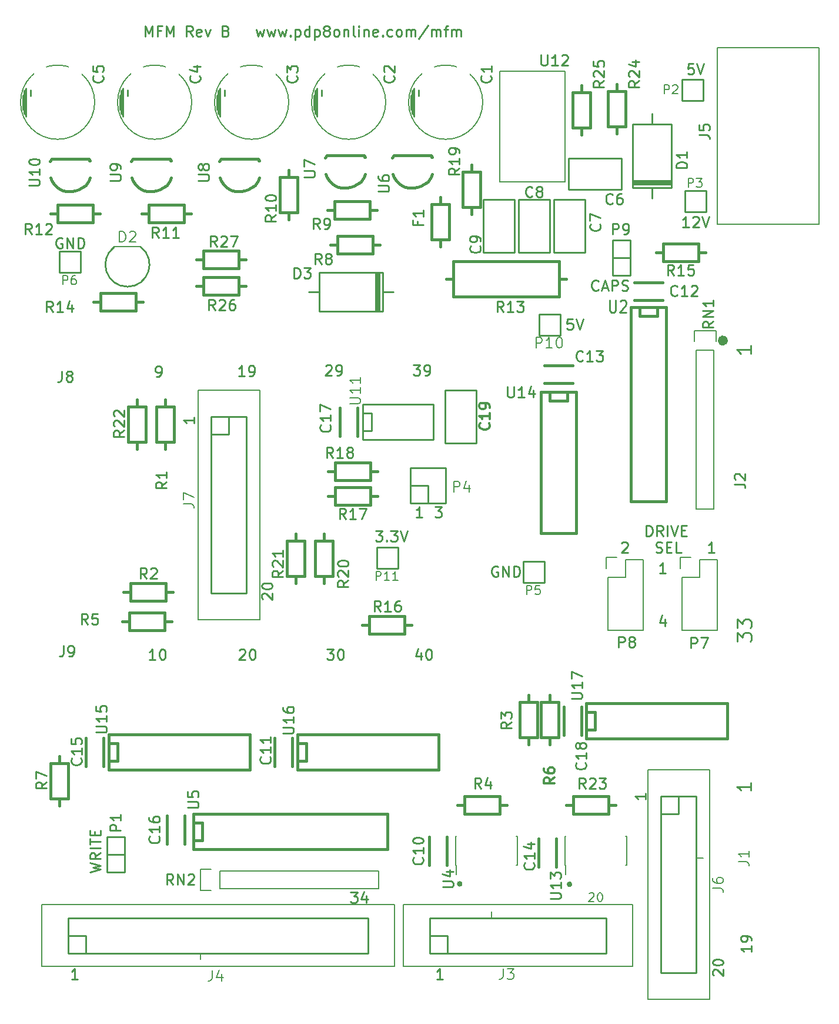
<source format=gto>
G04 #@! TF.FileFunction,Legend,Top*
%FSLAX46Y46*%
G04 Gerber Fmt 4.6, Leading zero omitted, Abs format (unit mm)*
G04 Created by KiCad (PCBNEW no-vcs-found-product) date Tue 04 Aug 2015 07:37:06 AM EDT*
%MOMM*%
G01*
G04 APERTURE LIST*
%ADD10C,0.152400*%
%ADD11C,0.203200*%
%ADD12C,0.381000*%
%ADD13C,0.762000*%
%ADD14C,0.254000*%
%ADD15C,0.150000*%
%ADD16C,0.248920*%
%ADD17C,0.304800*%
%ADD18C,1.727200*%
%ADD19R,1.930400X1.930400*%
%ADD20O,1.930400X1.930400*%
%ADD21C,3.505200*%
%ADD22C,1.930400*%
%ADD23R,1.930400X2.235200*%
%ADD24O,1.930400X2.235200*%
%ADD25R,2.235200X1.930400*%
%ADD26O,2.235200X1.930400*%
%ADD27R,0.803200X2.203200*%
%ADD28R,1.600200X1.600200*%
%ADD29C,1.600200*%
%ADD30R,10.363200X1.727200*%
%ADD31R,2.743200X2.743200*%
%ADD32C,2.997200*%
%ADD33C,4.191000*%
%ADD34C,2.743200*%
%ADD35C,1.879600*%
%ADD36C,2.202180*%
%ADD37R,2.235200X2.235200*%
%ADD38O,2.235200X2.235200*%
%ADD39R,2.438400X2.438400*%
%ADD40C,1.854200*%
%ADD41C,1.981200*%
%ADD42O,1.574800X1.854200*%
%ADD43R,1.574800X1.854200*%
%ADD44C,4.953000*%
%ADD45R,1.981200X1.981200*%
%ADD46C,0.025400*%
%ADD47C,0.002540*%
G04 APERTURE END LIST*
D10*
D11*
X215214200Y-137147300D02*
X216255600Y-137147300D01*
X185775600Y-144932400D02*
X185775600Y-145872200D01*
X143891000Y-150837900D02*
X143891000Y-151777700D01*
D12*
X197196257Y-140957300D02*
G75*
G03X197196257Y-140957300I-193857J0D01*
G01*
X181384757Y-140906500D02*
G75*
G03X181384757Y-140906500I-193857J0D01*
G01*
D13*
X219446236Y-62738000D02*
G75*
G03X219446236Y-62738000I-358536J0D01*
G01*
D14*
X201149857Y-55408286D02*
X201077286Y-55480857D01*
X200859572Y-55553429D01*
X200714429Y-55553429D01*
X200496714Y-55480857D01*
X200351572Y-55335714D01*
X200279000Y-55190571D01*
X200206429Y-54900286D01*
X200206429Y-54682571D01*
X200279000Y-54392286D01*
X200351572Y-54247143D01*
X200496714Y-54102000D01*
X200714429Y-54029429D01*
X200859572Y-54029429D01*
X201077286Y-54102000D01*
X201149857Y-54174571D01*
X201730429Y-55118000D02*
X202456143Y-55118000D01*
X201585286Y-55553429D02*
X202093286Y-54029429D01*
X202601286Y-55553429D01*
X203109286Y-55553429D02*
X203109286Y-54029429D01*
X203689858Y-54029429D01*
X203835000Y-54102000D01*
X203907572Y-54174571D01*
X203980143Y-54319714D01*
X203980143Y-54537429D01*
X203907572Y-54682571D01*
X203835000Y-54755143D01*
X203689858Y-54827714D01*
X203109286Y-54827714D01*
X204560715Y-55480857D02*
X204778429Y-55553429D01*
X205141286Y-55553429D01*
X205286429Y-55480857D01*
X205359000Y-55408286D01*
X205431572Y-55263143D01*
X205431572Y-55118000D01*
X205359000Y-54972857D01*
X205286429Y-54900286D01*
X205141286Y-54827714D01*
X204851000Y-54755143D01*
X204705858Y-54682571D01*
X204633286Y-54610000D01*
X204560715Y-54464857D01*
X204560715Y-54319714D01*
X204633286Y-54174571D01*
X204705858Y-54102000D01*
X204851000Y-54029429D01*
X205213858Y-54029429D01*
X205431572Y-54102000D01*
X135908144Y-18977429D02*
X135908144Y-17453429D01*
X136416144Y-18542000D01*
X136924144Y-17453429D01*
X136924144Y-18977429D01*
X138157858Y-18179143D02*
X137649858Y-18179143D01*
X137649858Y-18977429D02*
X137649858Y-17453429D01*
X138375572Y-17453429D01*
X138956144Y-18977429D02*
X138956144Y-17453429D01*
X139464144Y-18542000D01*
X139972144Y-17453429D01*
X139972144Y-18977429D01*
X142729858Y-18977429D02*
X142221858Y-18251714D01*
X141859001Y-18977429D02*
X141859001Y-17453429D01*
X142439573Y-17453429D01*
X142584715Y-17526000D01*
X142657287Y-17598571D01*
X142729858Y-17743714D01*
X142729858Y-17961429D01*
X142657287Y-18106571D01*
X142584715Y-18179143D01*
X142439573Y-18251714D01*
X141859001Y-18251714D01*
X143963573Y-18904857D02*
X143818430Y-18977429D01*
X143528144Y-18977429D01*
X143383001Y-18904857D01*
X143310430Y-18759714D01*
X143310430Y-18179143D01*
X143383001Y-18034000D01*
X143528144Y-17961429D01*
X143818430Y-17961429D01*
X143963573Y-18034000D01*
X144036144Y-18179143D01*
X144036144Y-18324286D01*
X143310430Y-18469429D01*
X144544144Y-17961429D02*
X144907001Y-18977429D01*
X145269859Y-17961429D01*
X147519573Y-18179143D02*
X147737287Y-18251714D01*
X147809859Y-18324286D01*
X147882430Y-18469429D01*
X147882430Y-18687143D01*
X147809859Y-18832286D01*
X147737287Y-18904857D01*
X147592145Y-18977429D01*
X147011573Y-18977429D01*
X147011573Y-17453429D01*
X147519573Y-17453429D01*
X147664716Y-17526000D01*
X147737287Y-17598571D01*
X147809859Y-17743714D01*
X147809859Y-17888857D01*
X147737287Y-18034000D01*
X147664716Y-18106571D01*
X147519573Y-18179143D01*
X147011573Y-18179143D01*
X151873859Y-17961429D02*
X152164145Y-18977429D01*
X152454431Y-18251714D01*
X152744716Y-18977429D01*
X153035002Y-17961429D01*
X153470430Y-17961429D02*
X153760716Y-18977429D01*
X154051002Y-18251714D01*
X154341287Y-18977429D01*
X154631573Y-17961429D01*
X155067001Y-17961429D02*
X155357287Y-18977429D01*
X155647573Y-18251714D01*
X155937858Y-18977429D01*
X156228144Y-17961429D01*
X156808715Y-18832286D02*
X156881287Y-18904857D01*
X156808715Y-18977429D01*
X156736144Y-18904857D01*
X156808715Y-18832286D01*
X156808715Y-18977429D01*
X157534429Y-17961429D02*
X157534429Y-19485429D01*
X157534429Y-18034000D02*
X157679572Y-17961429D01*
X157969858Y-17961429D01*
X158115001Y-18034000D01*
X158187572Y-18106571D01*
X158260143Y-18251714D01*
X158260143Y-18687143D01*
X158187572Y-18832286D01*
X158115001Y-18904857D01*
X157969858Y-18977429D01*
X157679572Y-18977429D01*
X157534429Y-18904857D01*
X159566429Y-18977429D02*
X159566429Y-17453429D01*
X159566429Y-18904857D02*
X159421286Y-18977429D01*
X159131000Y-18977429D01*
X158985858Y-18904857D01*
X158913286Y-18832286D01*
X158840715Y-18687143D01*
X158840715Y-18251714D01*
X158913286Y-18106571D01*
X158985858Y-18034000D01*
X159131000Y-17961429D01*
X159421286Y-17961429D01*
X159566429Y-18034000D01*
X160292143Y-17961429D02*
X160292143Y-19485429D01*
X160292143Y-18034000D02*
X160437286Y-17961429D01*
X160727572Y-17961429D01*
X160872715Y-18034000D01*
X160945286Y-18106571D01*
X161017857Y-18251714D01*
X161017857Y-18687143D01*
X160945286Y-18832286D01*
X160872715Y-18904857D01*
X160727572Y-18977429D01*
X160437286Y-18977429D01*
X160292143Y-18904857D01*
X161888714Y-18106571D02*
X161743572Y-18034000D01*
X161671000Y-17961429D01*
X161598429Y-17816286D01*
X161598429Y-17743714D01*
X161671000Y-17598571D01*
X161743572Y-17526000D01*
X161888714Y-17453429D01*
X162179000Y-17453429D01*
X162324143Y-17526000D01*
X162396714Y-17598571D01*
X162469286Y-17743714D01*
X162469286Y-17816286D01*
X162396714Y-17961429D01*
X162324143Y-18034000D01*
X162179000Y-18106571D01*
X161888714Y-18106571D01*
X161743572Y-18179143D01*
X161671000Y-18251714D01*
X161598429Y-18396857D01*
X161598429Y-18687143D01*
X161671000Y-18832286D01*
X161743572Y-18904857D01*
X161888714Y-18977429D01*
X162179000Y-18977429D01*
X162324143Y-18904857D01*
X162396714Y-18832286D01*
X162469286Y-18687143D01*
X162469286Y-18396857D01*
X162396714Y-18251714D01*
X162324143Y-18179143D01*
X162179000Y-18106571D01*
X163340143Y-18977429D02*
X163195001Y-18904857D01*
X163122429Y-18832286D01*
X163049858Y-18687143D01*
X163049858Y-18251714D01*
X163122429Y-18106571D01*
X163195001Y-18034000D01*
X163340143Y-17961429D01*
X163557858Y-17961429D01*
X163703001Y-18034000D01*
X163775572Y-18106571D01*
X163848143Y-18251714D01*
X163848143Y-18687143D01*
X163775572Y-18832286D01*
X163703001Y-18904857D01*
X163557858Y-18977429D01*
X163340143Y-18977429D01*
X164501286Y-17961429D02*
X164501286Y-18977429D01*
X164501286Y-18106571D02*
X164573858Y-18034000D01*
X164719000Y-17961429D01*
X164936715Y-17961429D01*
X165081858Y-18034000D01*
X165154429Y-18179143D01*
X165154429Y-18977429D01*
X166097857Y-18977429D02*
X165952715Y-18904857D01*
X165880143Y-18759714D01*
X165880143Y-17453429D01*
X166678429Y-18977429D02*
X166678429Y-17961429D01*
X166678429Y-17453429D02*
X166605858Y-17526000D01*
X166678429Y-17598571D01*
X166751001Y-17526000D01*
X166678429Y-17453429D01*
X166678429Y-17598571D01*
X167404143Y-17961429D02*
X167404143Y-18977429D01*
X167404143Y-18106571D02*
X167476715Y-18034000D01*
X167621857Y-17961429D01*
X167839572Y-17961429D01*
X167984715Y-18034000D01*
X168057286Y-18179143D01*
X168057286Y-18977429D01*
X169363572Y-18904857D02*
X169218429Y-18977429D01*
X168928143Y-18977429D01*
X168783000Y-18904857D01*
X168710429Y-18759714D01*
X168710429Y-18179143D01*
X168783000Y-18034000D01*
X168928143Y-17961429D01*
X169218429Y-17961429D01*
X169363572Y-18034000D01*
X169436143Y-18179143D01*
X169436143Y-18324286D01*
X168710429Y-18469429D01*
X170089286Y-18832286D02*
X170161858Y-18904857D01*
X170089286Y-18977429D01*
X170016715Y-18904857D01*
X170089286Y-18832286D01*
X170089286Y-18977429D01*
X171468143Y-18904857D02*
X171323000Y-18977429D01*
X171032714Y-18977429D01*
X170887572Y-18904857D01*
X170815000Y-18832286D01*
X170742429Y-18687143D01*
X170742429Y-18251714D01*
X170815000Y-18106571D01*
X170887572Y-18034000D01*
X171032714Y-17961429D01*
X171323000Y-17961429D01*
X171468143Y-18034000D01*
X172339000Y-18977429D02*
X172193858Y-18904857D01*
X172121286Y-18832286D01*
X172048715Y-18687143D01*
X172048715Y-18251714D01*
X172121286Y-18106571D01*
X172193858Y-18034000D01*
X172339000Y-17961429D01*
X172556715Y-17961429D01*
X172701858Y-18034000D01*
X172774429Y-18106571D01*
X172847000Y-18251714D01*
X172847000Y-18687143D01*
X172774429Y-18832286D01*
X172701858Y-18904857D01*
X172556715Y-18977429D01*
X172339000Y-18977429D01*
X173500143Y-18977429D02*
X173500143Y-17961429D01*
X173500143Y-18106571D02*
X173572715Y-18034000D01*
X173717857Y-17961429D01*
X173935572Y-17961429D01*
X174080715Y-18034000D01*
X174153286Y-18179143D01*
X174153286Y-18977429D01*
X174153286Y-18179143D02*
X174225857Y-18034000D01*
X174371000Y-17961429D01*
X174588715Y-17961429D01*
X174733857Y-18034000D01*
X174806429Y-18179143D01*
X174806429Y-18977429D01*
X176620715Y-17380857D02*
X175314429Y-19340286D01*
X177128714Y-18977429D02*
X177128714Y-17961429D01*
X177128714Y-18106571D02*
X177201286Y-18034000D01*
X177346428Y-17961429D01*
X177564143Y-17961429D01*
X177709286Y-18034000D01*
X177781857Y-18179143D01*
X177781857Y-18977429D01*
X177781857Y-18179143D02*
X177854428Y-18034000D01*
X177999571Y-17961429D01*
X178217286Y-17961429D01*
X178362428Y-18034000D01*
X178435000Y-18179143D01*
X178435000Y-18977429D01*
X178943000Y-17961429D02*
X179523571Y-17961429D01*
X179160714Y-18977429D02*
X179160714Y-17671143D01*
X179233286Y-17526000D01*
X179378428Y-17453429D01*
X179523571Y-17453429D01*
X180031571Y-18977429D02*
X180031571Y-17961429D01*
X180031571Y-18106571D02*
X180104143Y-18034000D01*
X180249285Y-17961429D01*
X180467000Y-17961429D01*
X180612143Y-18034000D01*
X180684714Y-18179143D01*
X180684714Y-18977429D01*
X180684714Y-18179143D02*
X180757285Y-18034000D01*
X180902428Y-17961429D01*
X181120143Y-17961429D01*
X181265285Y-18034000D01*
X181337857Y-18179143D01*
X181337857Y-18977429D01*
X127943429Y-139192000D02*
X129467429Y-138829143D01*
X128378857Y-138538857D01*
X129467429Y-138248571D01*
X127943429Y-137885714D01*
X129467429Y-136434286D02*
X128741714Y-136942286D01*
X129467429Y-137305143D02*
X127943429Y-137305143D01*
X127943429Y-136724571D01*
X128016000Y-136579429D01*
X128088571Y-136506857D01*
X128233714Y-136434286D01*
X128451429Y-136434286D01*
X128596571Y-136506857D01*
X128669143Y-136579429D01*
X128741714Y-136724571D01*
X128741714Y-137305143D01*
X129467429Y-135781143D02*
X127943429Y-135781143D01*
X127943429Y-135273143D02*
X127943429Y-134402286D01*
X129467429Y-134837715D02*
X127943429Y-134837715D01*
X128669143Y-133894286D02*
X128669143Y-133386286D01*
X129467429Y-133168572D02*
X129467429Y-133894286D01*
X127943429Y-133894286D01*
X127943429Y-133168572D01*
X208087686Y-90859429D02*
X208087686Y-89335429D01*
X208450543Y-89335429D01*
X208668258Y-89408000D01*
X208813400Y-89553143D01*
X208885972Y-89698286D01*
X208958543Y-89988571D01*
X208958543Y-90206286D01*
X208885972Y-90496571D01*
X208813400Y-90641714D01*
X208668258Y-90786857D01*
X208450543Y-90859429D01*
X208087686Y-90859429D01*
X210482543Y-90859429D02*
X209974543Y-90133714D01*
X209611686Y-90859429D02*
X209611686Y-89335429D01*
X210192258Y-89335429D01*
X210337400Y-89408000D01*
X210409972Y-89480571D01*
X210482543Y-89625714D01*
X210482543Y-89843429D01*
X210409972Y-89988571D01*
X210337400Y-90061143D01*
X210192258Y-90133714D01*
X209611686Y-90133714D01*
X211135686Y-90859429D02*
X211135686Y-89335429D01*
X211643686Y-89335429D02*
X212151686Y-90859429D01*
X212659686Y-89335429D01*
X213167686Y-90061143D02*
X213675686Y-90061143D01*
X213893400Y-90859429D02*
X213167686Y-90859429D01*
X213167686Y-89335429D01*
X213893400Y-89335429D01*
X204531686Y-91868171D02*
X204604257Y-91795600D01*
X204749400Y-91723029D01*
X205112257Y-91723029D01*
X205257400Y-91795600D01*
X205329971Y-91868171D01*
X205402543Y-92013314D01*
X205402543Y-92158457D01*
X205329971Y-92376171D01*
X204459114Y-93247029D01*
X205402543Y-93247029D01*
X209466544Y-93174457D02*
X209684258Y-93247029D01*
X210047115Y-93247029D01*
X210192258Y-93174457D01*
X210264829Y-93101886D01*
X210337401Y-92956743D01*
X210337401Y-92811600D01*
X210264829Y-92666457D01*
X210192258Y-92593886D01*
X210047115Y-92521314D01*
X209756829Y-92448743D01*
X209611687Y-92376171D01*
X209539115Y-92303600D01*
X209466544Y-92158457D01*
X209466544Y-92013314D01*
X209539115Y-91868171D01*
X209611687Y-91795600D01*
X209756829Y-91723029D01*
X210119687Y-91723029D01*
X210337401Y-91795600D01*
X210990544Y-92448743D02*
X211498544Y-92448743D01*
X211716258Y-93247029D02*
X210990544Y-93247029D01*
X210990544Y-91723029D01*
X211716258Y-91723029D01*
X213095115Y-93247029D02*
X212369401Y-93247029D01*
X212369401Y-91723029D01*
X217884830Y-93247029D02*
X217013973Y-93247029D01*
X217449401Y-93247029D02*
X217449401Y-91723029D01*
X217304258Y-91940743D01*
X217159116Y-92085886D01*
X217013973Y-92158457D01*
X210729286Y-102797429D02*
X210729286Y-103813429D01*
X210366429Y-102216857D02*
X210003572Y-103305429D01*
X210947000Y-103305429D01*
X210874429Y-96193429D02*
X210003572Y-96193429D01*
X210439000Y-96193429D02*
X210439000Y-94669429D01*
X210293857Y-94887143D01*
X210148715Y-95032286D01*
X210003572Y-95104857D01*
X169073285Y-90097429D02*
X170016714Y-90097429D01*
X169508714Y-90678000D01*
X169726428Y-90678000D01*
X169871571Y-90750571D01*
X169944142Y-90823143D01*
X170016714Y-90968286D01*
X170016714Y-91331143D01*
X169944142Y-91476286D01*
X169871571Y-91548857D01*
X169726428Y-91621429D01*
X169291000Y-91621429D01*
X169145857Y-91548857D01*
X169073285Y-91476286D01*
X170669857Y-91476286D02*
X170742429Y-91548857D01*
X170669857Y-91621429D01*
X170597286Y-91548857D01*
X170669857Y-91476286D01*
X170669857Y-91621429D01*
X171250428Y-90097429D02*
X172193857Y-90097429D01*
X171685857Y-90678000D01*
X171903571Y-90678000D01*
X172048714Y-90750571D01*
X172121285Y-90823143D01*
X172193857Y-90968286D01*
X172193857Y-91331143D01*
X172121285Y-91476286D01*
X172048714Y-91548857D01*
X171903571Y-91621429D01*
X171468143Y-91621429D01*
X171323000Y-91548857D01*
X171250428Y-91476286D01*
X172629286Y-90097429D02*
X173137286Y-91621429D01*
X173645286Y-90097429D01*
X197448714Y-59617429D02*
X196723000Y-59617429D01*
X196650429Y-60343143D01*
X196723000Y-60270571D01*
X196868143Y-60198000D01*
X197231000Y-60198000D01*
X197376143Y-60270571D01*
X197448714Y-60343143D01*
X197521286Y-60488286D01*
X197521286Y-60851143D01*
X197448714Y-60996286D01*
X197376143Y-61068857D01*
X197231000Y-61141429D01*
X196868143Y-61141429D01*
X196723000Y-61068857D01*
X196650429Y-60996286D01*
X197956715Y-59617429D02*
X198464715Y-61141429D01*
X198972715Y-59617429D01*
X177609500Y-86668429D02*
X178552929Y-86668429D01*
X178044929Y-87249000D01*
X178262643Y-87249000D01*
X178407786Y-87321571D01*
X178480357Y-87394143D01*
X178552929Y-87539286D01*
X178552929Y-87902143D01*
X178480357Y-88047286D01*
X178407786Y-88119857D01*
X178262643Y-88192429D01*
X177827215Y-88192429D01*
X177682072Y-88119857D01*
X177609500Y-88047286D01*
X175822429Y-88192429D02*
X174951572Y-88192429D01*
X175387000Y-88192429D02*
X175387000Y-86668429D01*
X175241857Y-86886143D01*
X175096715Y-87031286D01*
X174951572Y-87103857D01*
X207953429Y-127834571D02*
X207953429Y-128705428D01*
X207953429Y-128270000D02*
X206429429Y-128270000D01*
X206647143Y-128415143D01*
X206792286Y-128560285D01*
X206864857Y-128705428D01*
X217750571Y-154069143D02*
X217678000Y-153996572D01*
X217605429Y-153851429D01*
X217605429Y-153488572D01*
X217678000Y-153343429D01*
X217750571Y-153270858D01*
X217895714Y-153198286D01*
X218040857Y-153198286D01*
X218258571Y-153270858D01*
X219129429Y-154141715D01*
X219129429Y-153198286D01*
X217605429Y-152254857D02*
X217605429Y-152109714D01*
X217678000Y-151964571D01*
X217750571Y-151892000D01*
X217895714Y-151819429D01*
X218186000Y-151746857D01*
X218548857Y-151746857D01*
X218839143Y-151819429D01*
X218984286Y-151892000D01*
X219056857Y-151964571D01*
X219129429Y-152109714D01*
X219129429Y-152254857D01*
X219056857Y-152400000D01*
X218984286Y-152472571D01*
X218839143Y-152545143D01*
X218548857Y-152617714D01*
X218186000Y-152617714D01*
X217895714Y-152545143D01*
X217750571Y-152472571D01*
X217678000Y-152400000D01*
X217605429Y-152254857D01*
X152840871Y-99929043D02*
X152768300Y-99856472D01*
X152695729Y-99711329D01*
X152695729Y-99348472D01*
X152768300Y-99203329D01*
X152840871Y-99130758D01*
X152986014Y-99058186D01*
X153131157Y-99058186D01*
X153348871Y-99130758D01*
X154219729Y-100001615D01*
X154219729Y-99058186D01*
X152695729Y-98114757D02*
X152695729Y-97969614D01*
X152768300Y-97824471D01*
X152840871Y-97751900D01*
X152986014Y-97679329D01*
X153276300Y-97606757D01*
X153639157Y-97606757D01*
X153929443Y-97679329D01*
X154074586Y-97751900D01*
X154147157Y-97824471D01*
X154219729Y-97969614D01*
X154219729Y-98114757D01*
X154147157Y-98259900D01*
X154074586Y-98332471D01*
X153929443Y-98405043D01*
X153639157Y-98477614D01*
X153276300Y-98477614D01*
X152986014Y-98405043D01*
X152840871Y-98332471D01*
X152768300Y-98259900D01*
X152695729Y-98114757D01*
X142929429Y-73732571D02*
X142929429Y-74603428D01*
X142929429Y-74168000D02*
X141405429Y-74168000D01*
X141623143Y-74313143D01*
X141768286Y-74458285D01*
X141840857Y-74603428D01*
D11*
X199819381Y-142300476D02*
X199879857Y-142240000D01*
X200000809Y-142179524D01*
X200303190Y-142179524D01*
X200424143Y-142240000D01*
X200484619Y-142300476D01*
X200545095Y-142421429D01*
X200545095Y-142542381D01*
X200484619Y-142723810D01*
X199758905Y-143449524D01*
X200545095Y-143449524D01*
X201331286Y-142179524D02*
X201452238Y-142179524D01*
X201573190Y-142240000D01*
X201633667Y-142300476D01*
X201694143Y-142421429D01*
X201754619Y-142663333D01*
X201754619Y-142965714D01*
X201694143Y-143207619D01*
X201633667Y-143328571D01*
X201573190Y-143389048D01*
X201452238Y-143449524D01*
X201331286Y-143449524D01*
X201210333Y-143389048D01*
X201149857Y-143328571D01*
X201089381Y-143207619D01*
X201028905Y-142965714D01*
X201028905Y-142663333D01*
X201089381Y-142421429D01*
X201149857Y-142300476D01*
X201210333Y-142240000D01*
X201331286Y-142179524D01*
D14*
X178743429Y-154613429D02*
X177872572Y-154613429D01*
X178308000Y-154613429D02*
X178308000Y-153089429D01*
X178162857Y-153307143D01*
X178017715Y-153452286D01*
X177872572Y-153524857D01*
X165491885Y-142078529D02*
X166435314Y-142078529D01*
X165927314Y-142659100D01*
X166145028Y-142659100D01*
X166290171Y-142731671D01*
X166362742Y-142804243D01*
X166435314Y-142949386D01*
X166435314Y-143312243D01*
X166362742Y-143457386D01*
X166290171Y-143529957D01*
X166145028Y-143602529D01*
X165709600Y-143602529D01*
X165564457Y-143529957D01*
X165491885Y-143457386D01*
X167741600Y-142586529D02*
X167741600Y-143602529D01*
X167378743Y-142005957D02*
X167015886Y-143094529D01*
X167959314Y-143094529D01*
X126165429Y-154613429D02*
X125294572Y-154613429D01*
X125730000Y-154613429D02*
X125730000Y-153089429D01*
X125584857Y-153307143D01*
X125439715Y-153452286D01*
X125294572Y-153524857D01*
X123933858Y-48006000D02*
X123788715Y-47933429D01*
X123571001Y-47933429D01*
X123353286Y-48006000D01*
X123208144Y-48151143D01*
X123135572Y-48296286D01*
X123063001Y-48586571D01*
X123063001Y-48804286D01*
X123135572Y-49094571D01*
X123208144Y-49239714D01*
X123353286Y-49384857D01*
X123571001Y-49457429D01*
X123716144Y-49457429D01*
X123933858Y-49384857D01*
X124006429Y-49312286D01*
X124006429Y-48804286D01*
X123716144Y-48804286D01*
X124659572Y-49457429D02*
X124659572Y-47933429D01*
X125530429Y-49457429D01*
X125530429Y-47933429D01*
X126256143Y-49457429D02*
X126256143Y-47933429D01*
X126619000Y-47933429D01*
X126836715Y-48006000D01*
X126981857Y-48151143D01*
X127054429Y-48296286D01*
X127127000Y-48586571D01*
X127127000Y-48804286D01*
X127054429Y-49094571D01*
X126981857Y-49239714D01*
X126836715Y-49384857D01*
X126619000Y-49457429D01*
X126256143Y-49457429D01*
X186671858Y-95250000D02*
X186526715Y-95177429D01*
X186309001Y-95177429D01*
X186091286Y-95250000D01*
X185946144Y-95395143D01*
X185873572Y-95540286D01*
X185801001Y-95830571D01*
X185801001Y-96048286D01*
X185873572Y-96338571D01*
X185946144Y-96483714D01*
X186091286Y-96628857D01*
X186309001Y-96701429D01*
X186454144Y-96701429D01*
X186671858Y-96628857D01*
X186744429Y-96556286D01*
X186744429Y-96048286D01*
X186454144Y-96048286D01*
X187397572Y-96701429D02*
X187397572Y-95177429D01*
X188268429Y-96701429D01*
X188268429Y-95177429D01*
X188994143Y-96701429D02*
X188994143Y-95177429D01*
X189357000Y-95177429D01*
X189574715Y-95250000D01*
X189719857Y-95395143D01*
X189792429Y-95540286D01*
X189865000Y-95830571D01*
X189865000Y-96048286D01*
X189792429Y-96338571D01*
X189719857Y-96483714D01*
X189574715Y-96628857D01*
X189357000Y-96701429D01*
X188994143Y-96701429D01*
X214194571Y-46409429D02*
X213323714Y-46409429D01*
X213759142Y-46409429D02*
X213759142Y-44885429D01*
X213613999Y-45103143D01*
X213468857Y-45248286D01*
X213323714Y-45320857D01*
X214775143Y-45030571D02*
X214847714Y-44958000D01*
X214992857Y-44885429D01*
X215355714Y-44885429D01*
X215500857Y-44958000D01*
X215573428Y-45030571D01*
X215646000Y-45175714D01*
X215646000Y-45320857D01*
X215573428Y-45538571D01*
X214702571Y-46409429D01*
X215646000Y-46409429D01*
X216081429Y-44885429D02*
X216589429Y-46409429D01*
X217097429Y-44885429D01*
X214847714Y-22914429D02*
X214122000Y-22914429D01*
X214049429Y-23640143D01*
X214122000Y-23567571D01*
X214267143Y-23495000D01*
X214630000Y-23495000D01*
X214775143Y-23567571D01*
X214847714Y-23640143D01*
X214920286Y-23785286D01*
X214920286Y-24148143D01*
X214847714Y-24293286D01*
X214775143Y-24365857D01*
X214630000Y-24438429D01*
X214267143Y-24438429D01*
X214122000Y-24365857D01*
X214049429Y-24293286D01*
X215355715Y-22914429D02*
X215863715Y-24438429D01*
X216371715Y-22914429D01*
D12*
X146812000Y-36576000D02*
X146558000Y-36957000D01*
X152146000Y-39776400D02*
X152349200Y-39306500D01*
X152273000Y-36715700D02*
X152349200Y-36893500D01*
X146824700Y-39725600D02*
X146646900Y-39306500D01*
X149479000Y-41275000D02*
X148971000Y-41275000D01*
X148971000Y-41275000D02*
X148463000Y-41148000D01*
X148463000Y-41148000D02*
X147955000Y-40894000D01*
X147955000Y-40894000D02*
X147574000Y-40640000D01*
X147574000Y-40640000D02*
X147193000Y-40259000D01*
X147193000Y-40259000D02*
X146812000Y-39751000D01*
X152146000Y-39751000D02*
X151765000Y-40386000D01*
X151765000Y-40386000D02*
X151130000Y-40767000D01*
X151130000Y-40767000D02*
X150749000Y-41021000D01*
X150749000Y-41021000D02*
X150241000Y-41148000D01*
X150241000Y-41148000D02*
X149733000Y-41275000D01*
X149733000Y-41275000D02*
X149479000Y-41275000D01*
X152146000Y-36576000D02*
X152273000Y-36830000D01*
X152146000Y-36576000D02*
X146812000Y-36576000D01*
D14*
X174117000Y-83566000D02*
X174117000Y-86106000D01*
X174117000Y-86106000D02*
X176657000Y-86106000D01*
X176657000Y-86106000D02*
X176657000Y-83566000D01*
X176657000Y-83566000D02*
X174117000Y-83566000D01*
X174117000Y-83566000D02*
X174117000Y-81026000D01*
X174117000Y-81026000D02*
X179197000Y-81026000D01*
X179197000Y-81026000D02*
X179197000Y-86106000D01*
X179197000Y-86106000D02*
X176657000Y-86106000D01*
D15*
X213233000Y-96774000D02*
X213233000Y-104394000D01*
X213233000Y-104394000D02*
X218313000Y-104394000D01*
X218313000Y-104394000D02*
X218313000Y-94234000D01*
X218313000Y-94234000D02*
X215773000Y-94234000D01*
X214503000Y-93954000D02*
X212953000Y-93954000D01*
X215773000Y-94234000D02*
X215773000Y-96774000D01*
X215773000Y-96774000D02*
X213233000Y-96774000D01*
X212953000Y-93954000D02*
X212953000Y-95504000D01*
X202565000Y-96774000D02*
X202565000Y-104394000D01*
X202565000Y-104394000D02*
X207645000Y-104394000D01*
X207645000Y-104394000D02*
X207645000Y-94234000D01*
X207645000Y-94234000D02*
X205105000Y-94234000D01*
X203835000Y-93954000D02*
X202285000Y-93954000D01*
X205105000Y-94234000D02*
X205105000Y-96774000D01*
X205105000Y-96774000D02*
X202565000Y-96774000D01*
X202285000Y-93954000D02*
X202285000Y-95504000D01*
D10*
X152400000Y-69850000D02*
X143510000Y-69850000D01*
X143510000Y-69850000D02*
X143510000Y-102870000D01*
X143510000Y-102870000D02*
X152400000Y-102870000D01*
X152400000Y-102870000D02*
X152400000Y-69850000D01*
D14*
X150495000Y-99060000D02*
X150495000Y-73660000D01*
X145415000Y-76200000D02*
X145415000Y-99060000D01*
X150495000Y-99060000D02*
X145415000Y-99060000D01*
X150495000Y-73660000D02*
X147955000Y-73660000D01*
X145415000Y-73660000D02*
X145415000Y-76200000D01*
X147955000Y-73660000D02*
X147955000Y-76200000D01*
X147955000Y-76200000D02*
X145415000Y-76200000D01*
X145415000Y-73660000D02*
X147955000Y-73660000D01*
D10*
X217170000Y-124460000D02*
X208280000Y-124460000D01*
X208280000Y-124460000D02*
X208280000Y-157480000D01*
X208280000Y-157480000D02*
X217170000Y-157480000D01*
X217170000Y-157480000D02*
X217170000Y-124460000D01*
D14*
X215265000Y-153670000D02*
X215265000Y-128270000D01*
X210185000Y-130810000D02*
X210185000Y-153670000D01*
X215265000Y-153670000D02*
X210185000Y-153670000D01*
X215265000Y-128270000D02*
X212725000Y-128270000D01*
X210185000Y-128270000D02*
X210185000Y-130810000D01*
X212725000Y-128270000D02*
X212725000Y-130810000D01*
X212725000Y-130810000D02*
X210185000Y-130810000D01*
X210185000Y-128270000D02*
X212725000Y-128270000D01*
D10*
X173101000Y-143891000D02*
X173101000Y-152781000D01*
X173101000Y-152781000D02*
X206121000Y-152781000D01*
X206121000Y-152781000D02*
X206121000Y-143891000D01*
X206121000Y-143891000D02*
X173101000Y-143891000D01*
D14*
X202311000Y-145796000D02*
X176911000Y-145796000D01*
X179451000Y-150876000D02*
X202311000Y-150876000D01*
X202311000Y-145796000D02*
X202311000Y-150876000D01*
X176911000Y-145796000D02*
X176911000Y-148336000D01*
X176911000Y-150876000D02*
X179451000Y-150876000D01*
X176911000Y-148336000D02*
X179451000Y-148336000D01*
X179451000Y-148336000D02*
X179451000Y-150876000D01*
X176911000Y-150876000D02*
X176911000Y-148336000D01*
D10*
X121031000Y-143891000D02*
X121031000Y-152781000D01*
X121031000Y-152781000D02*
X171831000Y-152781000D01*
X171831000Y-152781000D02*
X171831000Y-143891000D01*
X171831000Y-143891000D02*
X121031000Y-143891000D01*
D14*
X168021000Y-145796000D02*
X124841000Y-145796000D01*
X127381000Y-150876000D02*
X168021000Y-150876000D01*
X168021000Y-145796000D02*
X168021000Y-150876000D01*
X124841000Y-145796000D02*
X124841000Y-148336000D01*
X124841000Y-150876000D02*
X127381000Y-150876000D01*
X124841000Y-148336000D02*
X127381000Y-148336000D01*
X127381000Y-148336000D02*
X127381000Y-150876000D01*
X124841000Y-150876000D02*
X124841000Y-148336000D01*
D15*
X146685000Y-141605000D02*
X169545000Y-141605000D01*
X169545000Y-141605000D02*
X169545000Y-139065000D01*
X169545000Y-139065000D02*
X146685000Y-139065000D01*
X143865000Y-141885000D02*
X145415000Y-141885000D01*
X146685000Y-141605000D02*
X146685000Y-139065000D01*
X145415000Y-138785000D02*
X143865000Y-138785000D01*
X143865000Y-138785000D02*
X143865000Y-141885000D01*
X215265000Y-64135000D02*
X215265000Y-86995000D01*
X215265000Y-86995000D02*
X217805000Y-86995000D01*
X217805000Y-86995000D02*
X217805000Y-64135000D01*
X214985000Y-61315000D02*
X214985000Y-62865000D01*
X215265000Y-64135000D02*
X217805000Y-64135000D01*
X218085000Y-62865000D02*
X218085000Y-61315000D01*
X218085000Y-61315000D02*
X214985000Y-61315000D01*
X196337000Y-138219000D02*
X196452000Y-138219000D01*
X196337000Y-134069000D02*
X196452000Y-134069000D01*
X205237000Y-134069000D02*
X205122000Y-134069000D01*
X205237000Y-138219000D02*
X205122000Y-138219000D01*
X196337000Y-138219000D02*
X196337000Y-134069000D01*
X205237000Y-138219000D02*
X205237000Y-134069000D01*
X196452000Y-138219000D02*
X196452000Y-139594000D01*
X180589000Y-138219000D02*
X180704000Y-138219000D01*
X180589000Y-134069000D02*
X180704000Y-134069000D01*
X189489000Y-134069000D02*
X189374000Y-134069000D01*
X189489000Y-138219000D02*
X189374000Y-138219000D01*
X180589000Y-138219000D02*
X180589000Y-134069000D01*
X189489000Y-138219000D02*
X189489000Y-134069000D01*
X180704000Y-138219000D02*
X180704000Y-139594000D01*
D12*
X142875000Y-132080000D02*
X144145000Y-132080000D01*
X144145000Y-132080000D02*
X144145000Y-134620000D01*
X144145000Y-134620000D02*
X142875000Y-134620000D01*
X142875000Y-130810000D02*
X170815000Y-130810000D01*
X170815000Y-130810000D02*
X170815000Y-135890000D01*
X170815000Y-135890000D02*
X142875000Y-135890000D01*
X142875000Y-135890000D02*
X142875000Y-130810000D01*
D15*
X232918000Y-20574000D02*
X232918000Y-45974000D01*
X232918000Y-45974000D02*
X218313000Y-45974000D01*
X218313000Y-45974000D02*
X218313000Y-20574000D01*
X218313000Y-20574000D02*
X232918000Y-20574000D01*
D11*
X135255000Y-49225200D02*
X131445000Y-49225200D01*
D14*
X131442332Y-49278003D02*
G75*
G03X135255000Y-49276000I1907668J-2537997D01*
G01*
D12*
X195546980Y-53848000D02*
X196562980Y-53848000D01*
X180306980Y-53848000D02*
X179290980Y-53848000D01*
X195546980Y-55118000D02*
X195546980Y-56388000D01*
X195546980Y-56388000D02*
X180306980Y-56388000D01*
X180306980Y-56388000D02*
X180306980Y-51308000D01*
X180306980Y-51308000D02*
X195546980Y-51308000D01*
X195546980Y-51308000D02*
X195546980Y-55118000D01*
D14*
X208915000Y-31623000D02*
X208915000Y-30099000D01*
X208915000Y-40767000D02*
X208915000Y-42291000D01*
X211709000Y-39751000D02*
X206121000Y-39751000D01*
X211709000Y-40005000D02*
X206121000Y-40005000D01*
X211709000Y-40259000D02*
X206121000Y-40259000D01*
X206121000Y-40767000D02*
X211709000Y-40767000D01*
X211709000Y-40767000D02*
X211709000Y-31623000D01*
X211709000Y-31623000D02*
X206121000Y-31623000D01*
X206121000Y-31623000D02*
X206121000Y-40767000D01*
X160972000Y-55753000D02*
X159448000Y-55753000D01*
X170116000Y-55753000D02*
X171640000Y-55753000D01*
X169100000Y-52959000D02*
X169100000Y-58547000D01*
X169354000Y-52959000D02*
X169354000Y-58547000D01*
X169608000Y-52959000D02*
X169608000Y-58547000D01*
X170116000Y-58547000D02*
X170116000Y-52959000D01*
X170116000Y-52959000D02*
X160972000Y-52959000D01*
X160972000Y-52959000D02*
X160972000Y-58547000D01*
X160972000Y-58547000D02*
X170116000Y-58547000D01*
D12*
X197993000Y-70104000D02*
X197993000Y-90424000D01*
X192913000Y-90424000D02*
X192913000Y-70104000D01*
X192913000Y-70104000D02*
X197993000Y-70104000D01*
X196723000Y-70104000D02*
X196723000Y-71374000D01*
X196723000Y-71374000D02*
X194183000Y-71374000D01*
X194183000Y-71374000D02*
X194183000Y-70104000D01*
X197993000Y-90424000D02*
X192913000Y-90424000D01*
X130683000Y-119380000D02*
X151003000Y-119380000D01*
X151003000Y-124460000D02*
X130683000Y-124460000D01*
X130683000Y-124460000D02*
X130683000Y-119380000D01*
X130683000Y-120650000D02*
X131953000Y-120650000D01*
X131953000Y-120650000D02*
X131953000Y-123190000D01*
X131953000Y-123190000D02*
X130683000Y-123190000D01*
X151003000Y-119380000D02*
X151003000Y-124460000D01*
X157861000Y-119380000D02*
X178181000Y-119380000D01*
X178181000Y-124460000D02*
X157861000Y-124460000D01*
X157861000Y-124460000D02*
X157861000Y-119380000D01*
X157861000Y-120650000D02*
X159131000Y-120650000D01*
X159131000Y-120650000D02*
X159131000Y-123190000D01*
X159131000Y-123190000D02*
X157861000Y-123190000D01*
X178181000Y-119380000D02*
X178181000Y-124460000D01*
D14*
X132969000Y-136652000D02*
X130429000Y-136652000D01*
X132969000Y-134112000D02*
X130429000Y-134112000D01*
X130429000Y-134112000D02*
X130429000Y-136652000D01*
X130429000Y-136652000D02*
X130429000Y-139192000D01*
X130429000Y-139192000D02*
X132969000Y-139192000D01*
X132969000Y-139192000D02*
X132969000Y-134112000D01*
D12*
X209677000Y-57912000D02*
X209677000Y-59182000D01*
X209677000Y-59182000D02*
X207137000Y-59182000D01*
X207137000Y-59182000D02*
X207137000Y-57912000D01*
X210947000Y-57912000D02*
X210947000Y-85852000D01*
X210947000Y-85852000D02*
X205867000Y-85852000D01*
X205867000Y-85852000D02*
X205867000Y-57912000D01*
X205867000Y-57912000D02*
X210947000Y-57912000D01*
D14*
X167259000Y-73152000D02*
X168529000Y-73152000D01*
X168529000Y-73152000D02*
X168529000Y-75692000D01*
X168529000Y-75692000D02*
X167259000Y-75692000D01*
X167259000Y-71882000D02*
X177419000Y-71882000D01*
X177419000Y-71882000D02*
X177419000Y-76962000D01*
X177419000Y-76962000D02*
X167259000Y-76962000D01*
X167259000Y-76962000D02*
X167259000Y-71882000D01*
X213233000Y-25146000D02*
X213233000Y-28194000D01*
X213233000Y-28194000D02*
X216281000Y-28194000D01*
X216281000Y-28194000D02*
X216281000Y-25146000D01*
X216281000Y-25146000D02*
X213233000Y-25146000D01*
X213614000Y-41148000D02*
X213614000Y-44196000D01*
X213614000Y-44196000D02*
X216662000Y-44196000D01*
X216662000Y-44196000D02*
X216662000Y-41148000D01*
X216662000Y-41148000D02*
X213614000Y-41148000D01*
X123571000Y-49911000D02*
X123571000Y-52959000D01*
X123571000Y-52959000D02*
X126619000Y-52959000D01*
X126619000Y-52959000D02*
X126619000Y-49911000D01*
X126619000Y-49911000D02*
X123571000Y-49911000D01*
X190373000Y-94488000D02*
X190373000Y-97536000D01*
X190373000Y-97536000D02*
X193421000Y-97536000D01*
X193421000Y-97536000D02*
X193421000Y-94488000D01*
X193421000Y-94488000D02*
X190373000Y-94488000D01*
D12*
X178435000Y-48181260D02*
X178435000Y-49197260D01*
X178435000Y-43101260D02*
X178435000Y-42085260D01*
X177165000Y-48181260D02*
X177165000Y-43101260D01*
X177165000Y-43101260D02*
X179705000Y-43101260D01*
X179705000Y-43101260D02*
X179705000Y-48181260D01*
X179705000Y-48181260D02*
X177165000Y-48181260D01*
X197563740Y-129540000D02*
X196547740Y-129540000D01*
X202643740Y-129540000D02*
X203659740Y-129540000D01*
X197563740Y-128270000D02*
X202643740Y-128270000D01*
X202643740Y-128270000D02*
X202643740Y-130810000D01*
X202643740Y-130810000D02*
X197563740Y-130810000D01*
X197563740Y-130810000D02*
X197563740Y-128270000D01*
X134747000Y-72214740D02*
X134747000Y-71198740D01*
X134747000Y-77294740D02*
X134747000Y-78310740D01*
X136017000Y-72214740D02*
X136017000Y-77294740D01*
X136017000Y-77294740D02*
X133477000Y-77294740D01*
X133477000Y-77294740D02*
X133477000Y-72214740D01*
X133477000Y-72214740D02*
X136017000Y-72214740D01*
X157607000Y-91518740D02*
X157607000Y-90502740D01*
X157607000Y-96598740D02*
X157607000Y-97614740D01*
X158877000Y-91518740D02*
X158877000Y-96598740D01*
X158877000Y-96598740D02*
X156337000Y-96598740D01*
X156337000Y-96598740D02*
X156337000Y-91518740D01*
X156337000Y-91518740D02*
X158877000Y-91518740D01*
X161671000Y-91518740D02*
X161671000Y-90502740D01*
X161671000Y-96598740D02*
X161671000Y-97614740D01*
X162941000Y-91518740D02*
X162941000Y-96598740D01*
X162941000Y-96598740D02*
X160401000Y-96598740D01*
X160401000Y-96598740D02*
X160401000Y-91518740D01*
X160401000Y-91518740D02*
X162941000Y-91518740D01*
X182880000Y-38432740D02*
X182880000Y-37416740D01*
X182880000Y-43512740D02*
X182880000Y-44528740D01*
X184150000Y-38432740D02*
X184150000Y-43512740D01*
X184150000Y-43512740D02*
X181610000Y-43512740D01*
X181610000Y-43512740D02*
X181610000Y-38432740D01*
X181610000Y-38432740D02*
X184150000Y-38432740D01*
X163273740Y-81534000D02*
X162257740Y-81534000D01*
X168353740Y-81534000D02*
X169369740Y-81534000D01*
X163273740Y-80264000D02*
X168353740Y-80264000D01*
X168353740Y-80264000D02*
X168353740Y-82804000D01*
X168353740Y-82804000D02*
X163273740Y-82804000D01*
X163273740Y-82804000D02*
X163273740Y-80264000D01*
X163273740Y-85090000D02*
X162257740Y-85090000D01*
X168353740Y-85090000D02*
X169369740Y-85090000D01*
X163273740Y-83820000D02*
X168353740Y-83820000D01*
X168353740Y-83820000D02*
X168353740Y-86360000D01*
X168353740Y-86360000D02*
X163273740Y-86360000D01*
X163273740Y-86360000D02*
X163273740Y-83820000D01*
X173276260Y-103632000D02*
X174292260Y-103632000D01*
X168196260Y-103632000D02*
X167180260Y-103632000D01*
X173276260Y-104902000D02*
X168196260Y-104902000D01*
X168196260Y-104902000D02*
X168196260Y-102362000D01*
X168196260Y-102362000D02*
X173276260Y-102362000D01*
X173276260Y-102362000D02*
X173276260Y-104902000D01*
X134541260Y-57150000D02*
X135557260Y-57150000D01*
X129461260Y-57150000D02*
X128445260Y-57150000D01*
X134541260Y-58420000D02*
X129461260Y-58420000D01*
X129461260Y-58420000D02*
X129461260Y-55880000D01*
X129461260Y-55880000D02*
X134541260Y-55880000D01*
X134541260Y-55880000D02*
X134541260Y-58420000D01*
X123268740Y-44450000D02*
X122252740Y-44450000D01*
X128348740Y-44450000D02*
X129364740Y-44450000D01*
X123268740Y-43180000D02*
X128348740Y-43180000D01*
X128348740Y-43180000D02*
X128348740Y-45720000D01*
X128348740Y-45720000D02*
X123268740Y-45720000D01*
X123268740Y-45720000D02*
X123268740Y-43180000D01*
X141526260Y-44450000D02*
X142542260Y-44450000D01*
X136446260Y-44450000D02*
X135430260Y-44450000D01*
X141526260Y-45720000D02*
X136446260Y-45720000D01*
X136446260Y-45720000D02*
X136446260Y-43180000D01*
X136446260Y-43180000D02*
X141526260Y-43180000D01*
X141526260Y-43180000D02*
X141526260Y-45720000D01*
X156591000Y-39194740D02*
X156591000Y-38178740D01*
X156591000Y-44274740D02*
X156591000Y-45290740D01*
X157861000Y-39194740D02*
X157861000Y-44274740D01*
X157861000Y-44274740D02*
X155321000Y-44274740D01*
X155321000Y-44274740D02*
X155321000Y-39194740D01*
X155321000Y-39194740D02*
X157861000Y-39194740D01*
X163146740Y-43942000D02*
X162130740Y-43942000D01*
X168226740Y-43942000D02*
X169242740Y-43942000D01*
X163146740Y-42672000D02*
X168226740Y-42672000D01*
X168226740Y-42672000D02*
X168226740Y-45212000D01*
X168226740Y-45212000D02*
X163146740Y-45212000D01*
X163146740Y-45212000D02*
X163146740Y-42672000D01*
X168641260Y-48958500D02*
X169657260Y-48958500D01*
X163561260Y-48958500D02*
X162545260Y-48958500D01*
X168641260Y-50228500D02*
X163561260Y-50228500D01*
X163561260Y-50228500D02*
X163561260Y-47688500D01*
X163561260Y-47688500D02*
X168641260Y-47688500D01*
X168641260Y-47688500D02*
X168641260Y-50228500D01*
X123571000Y-123522740D02*
X123571000Y-122506740D01*
X123571000Y-128602740D02*
X123571000Y-129618740D01*
X124841000Y-123522740D02*
X124841000Y-128602740D01*
X124841000Y-128602740D02*
X122301000Y-128602740D01*
X122301000Y-128602740D02*
X122301000Y-123522740D01*
X122301000Y-123522740D02*
X124841000Y-123522740D01*
X138732260Y-103124000D02*
X139748260Y-103124000D01*
X133652260Y-103124000D02*
X132636260Y-103124000D01*
X138732260Y-104394000D02*
X133652260Y-104394000D01*
X133652260Y-104394000D02*
X133652260Y-101854000D01*
X133652260Y-101854000D02*
X138732260Y-101854000D01*
X138732260Y-101854000D02*
X138732260Y-104394000D01*
X186992260Y-129540000D02*
X188008260Y-129540000D01*
X181912260Y-129540000D02*
X180896260Y-129540000D01*
X186992260Y-130810000D02*
X181912260Y-130810000D01*
X181912260Y-130810000D02*
X181912260Y-128270000D01*
X181912260Y-128270000D02*
X186992260Y-128270000D01*
X186992260Y-128270000D02*
X186992260Y-130810000D01*
X138859260Y-98933000D02*
X139875260Y-98933000D01*
X133779260Y-98933000D02*
X132763260Y-98933000D01*
X138859260Y-100203000D02*
X133779260Y-100203000D01*
X133779260Y-100203000D02*
X133779260Y-97663000D01*
X133779260Y-97663000D02*
X138859260Y-97663000D01*
X138859260Y-97663000D02*
X138859260Y-100203000D01*
X138811000Y-72214740D02*
X138811000Y-71198740D01*
X138811000Y-77294740D02*
X138811000Y-78310740D01*
X140081000Y-72214740D02*
X140081000Y-77294740D01*
X140081000Y-77294740D02*
X137541000Y-77294740D01*
X137541000Y-77294740D02*
X137541000Y-72214740D01*
X137541000Y-72214740D02*
X140081000Y-72214740D01*
X210517740Y-50038000D02*
X209501740Y-50038000D01*
X215597740Y-50038000D02*
X216613740Y-50038000D01*
X210517740Y-48768000D02*
X215597740Y-48768000D01*
X215597740Y-48768000D02*
X215597740Y-51308000D01*
X215597740Y-51308000D02*
X210517740Y-51308000D01*
X210517740Y-51308000D02*
X210517740Y-48768000D01*
X198755000Y-119507000D02*
X198755000Y-115443000D01*
X196215000Y-115443000D02*
X196215000Y-119507000D01*
X166497000Y-76454000D02*
X166497000Y-72390000D01*
X163957000Y-72390000D02*
X163957000Y-76454000D01*
X141605000Y-135128000D02*
X141605000Y-131064000D01*
X139065000Y-131064000D02*
X139065000Y-135128000D01*
X129921000Y-123952000D02*
X129921000Y-119888000D01*
X127381000Y-119888000D02*
X127381000Y-123952000D01*
X195072000Y-138430000D02*
X195072000Y-134366000D01*
X192532000Y-134366000D02*
X192532000Y-138430000D01*
X193421000Y-68834000D02*
X197485000Y-68834000D01*
X197485000Y-66294000D02*
X193421000Y-66294000D01*
X206375000Y-56896000D02*
X210439000Y-56896000D01*
X210439000Y-54356000D02*
X206375000Y-54356000D01*
X157099000Y-123952000D02*
X157099000Y-119888000D01*
X154559000Y-119888000D02*
X154559000Y-123952000D01*
X179324000Y-138176000D02*
X179324000Y-134112000D01*
X176784000Y-134112000D02*
X176784000Y-138176000D01*
D16*
X189052200Y-42418000D02*
X184581800Y-42418000D01*
X189052200Y-50038000D02*
X184581800Y-50038000D01*
D14*
X184581800Y-50038000D02*
X184581800Y-42418000D01*
X189052200Y-42418000D02*
X189052200Y-50038000D01*
D16*
X194132200Y-42418000D02*
X189661800Y-42418000D01*
X194132200Y-50038000D02*
X189661800Y-50038000D01*
D14*
X189661800Y-50038000D02*
X189661800Y-42418000D01*
X194132200Y-42418000D02*
X194132200Y-50038000D01*
D16*
X199212200Y-42418000D02*
X194741800Y-42418000D01*
X199212200Y-50038000D02*
X194741800Y-50038000D01*
D14*
X194741800Y-50038000D02*
X194741800Y-42418000D01*
X199212200Y-42418000D02*
X199212200Y-50038000D01*
D16*
X204470000Y-40970200D02*
X204470000Y-36499800D01*
X196850000Y-40970200D02*
X196850000Y-36499800D01*
D14*
X196850000Y-36499800D02*
X204470000Y-36499800D01*
X204470000Y-40970200D02*
X196850000Y-40970200D01*
D10*
X186944000Y-39878000D02*
X196342000Y-39878000D01*
X196342000Y-39878000D02*
X196342000Y-24003000D01*
X196342000Y-24003000D02*
X186944000Y-24003000D01*
X186944000Y-24003000D02*
X186944000Y-39878000D01*
D12*
X191135000Y-119809260D02*
X191135000Y-120825260D01*
X191135000Y-114729260D02*
X191135000Y-113713260D01*
X189865000Y-119809260D02*
X189865000Y-114729260D01*
X189865000Y-114729260D02*
X192405000Y-114729260D01*
X192405000Y-114729260D02*
X192405000Y-119809260D01*
X192405000Y-119809260D02*
X189865000Y-119809260D01*
D14*
X205740000Y-50800000D02*
X203200000Y-50800000D01*
X205740000Y-48260000D02*
X203200000Y-48260000D01*
X203200000Y-48260000D02*
X203200000Y-50800000D01*
X203200000Y-50800000D02*
X203200000Y-53340000D01*
X203200000Y-53340000D02*
X205740000Y-53340000D01*
X205740000Y-53340000D02*
X205740000Y-48260000D01*
D12*
X203835000Y-31925260D02*
X203835000Y-32941260D01*
X203835000Y-26845260D02*
X203835000Y-25829260D01*
X202565000Y-31925260D02*
X202565000Y-26845260D01*
X202565000Y-26845260D02*
X205105000Y-26845260D01*
X205105000Y-26845260D02*
X205105000Y-31925260D01*
X205105000Y-31925260D02*
X202565000Y-31925260D01*
X198755000Y-27002740D02*
X198755000Y-25986740D01*
X198755000Y-32082740D02*
X198755000Y-33098740D01*
X200025000Y-27002740D02*
X200025000Y-32082740D01*
X200025000Y-32082740D02*
X197485000Y-32082740D01*
X197485000Y-32082740D02*
X197485000Y-27002740D01*
X197485000Y-27002740D02*
X200025000Y-27002740D01*
X149400260Y-54864000D02*
X150416260Y-54864000D01*
X144320260Y-54864000D02*
X143304260Y-54864000D01*
X149400260Y-56134000D02*
X144320260Y-56134000D01*
X144320260Y-56134000D02*
X144320260Y-53594000D01*
X144320260Y-53594000D02*
X149400260Y-53594000D01*
X149400260Y-53594000D02*
X149400260Y-56134000D01*
X149400260Y-51054000D02*
X150416260Y-51054000D01*
X144320260Y-51054000D02*
X143304260Y-51054000D01*
X149400260Y-52324000D02*
X144320260Y-52324000D01*
X144320260Y-52324000D02*
X144320260Y-49784000D01*
X144320260Y-49784000D02*
X149400260Y-49784000D01*
X149400260Y-49784000D02*
X149400260Y-52324000D01*
X199390000Y-114935000D02*
X219710000Y-114935000D01*
X219710000Y-120015000D02*
X199390000Y-120015000D01*
X199390000Y-120015000D02*
X199390000Y-114935000D01*
X199390000Y-116205000D02*
X200660000Y-116205000D01*
X200660000Y-116205000D02*
X200660000Y-118745000D01*
X200660000Y-118745000D02*
X199390000Y-118745000D01*
X219710000Y-114935000D02*
X219710000Y-120015000D01*
D14*
X192659000Y-58928000D02*
X192659000Y-61976000D01*
X192659000Y-61976000D02*
X195707000Y-61976000D01*
X195707000Y-61976000D02*
X195707000Y-58928000D01*
X195707000Y-58928000D02*
X192659000Y-58928000D01*
X169291000Y-92456000D02*
X169291000Y-95504000D01*
X169291000Y-95504000D02*
X172339000Y-95504000D01*
X172339000Y-95504000D02*
X172339000Y-92456000D01*
X172339000Y-92456000D02*
X169291000Y-92456000D01*
D12*
X194183000Y-119809260D02*
X194183000Y-120825260D01*
X194183000Y-114729260D02*
X194183000Y-113713260D01*
X192913000Y-119809260D02*
X192913000Y-114729260D01*
X192913000Y-114729260D02*
X195453000Y-114729260D01*
X195453000Y-114729260D02*
X195453000Y-119809260D01*
X195453000Y-119809260D02*
X192913000Y-119809260D01*
D10*
X184512951Y-28448000D02*
G75*
G03X184512951Y-28448000I-5339951J0D01*
G01*
D14*
X174568000Y-26416000D02*
X174568000Y-30480000D01*
X174468000Y-30180000D02*
X174341000Y-29799000D01*
X174341000Y-30099000D02*
X174341000Y-26797000D01*
X174341000Y-27097000D02*
X174468000Y-26716000D01*
X175276000Y-27559000D02*
X175276000Y-26670000D01*
X174160000Y-27432000D02*
X174160000Y-29464000D01*
X174287000Y-29464000D02*
X174287000Y-27432000D01*
X174514000Y-29972000D02*
X174514000Y-26924000D01*
D10*
X170542951Y-28448000D02*
G75*
G03X170542951Y-28448000I-5339951J0D01*
G01*
D14*
X160598000Y-26416000D02*
X160598000Y-30480000D01*
X160498000Y-30180000D02*
X160371000Y-29799000D01*
X160371000Y-30099000D02*
X160371000Y-26797000D01*
X160371000Y-27097000D02*
X160498000Y-26716000D01*
X161306000Y-27559000D02*
X161306000Y-26670000D01*
X160190000Y-27432000D02*
X160190000Y-29464000D01*
X160317000Y-29464000D02*
X160317000Y-27432000D01*
X160544000Y-29972000D02*
X160544000Y-26924000D01*
D10*
X142602951Y-28448000D02*
G75*
G03X142602951Y-28448000I-5339951J0D01*
G01*
D14*
X132658000Y-26416000D02*
X132658000Y-30480000D01*
X132558000Y-30180000D02*
X132431000Y-29799000D01*
X132431000Y-30099000D02*
X132431000Y-26797000D01*
X132431000Y-27097000D02*
X132558000Y-26716000D01*
X133366000Y-27559000D02*
X133366000Y-26670000D01*
X132250000Y-27432000D02*
X132250000Y-29464000D01*
X132377000Y-29464000D02*
X132377000Y-27432000D01*
X132604000Y-29972000D02*
X132604000Y-26924000D01*
D10*
X156572951Y-28448000D02*
G75*
G03X156572951Y-28448000I-5339951J0D01*
G01*
D14*
X146628000Y-26416000D02*
X146628000Y-30480000D01*
X146528000Y-30180000D02*
X146401000Y-29799000D01*
X146401000Y-30099000D02*
X146401000Y-26797000D01*
X146401000Y-27097000D02*
X146528000Y-26716000D01*
X147336000Y-27559000D02*
X147336000Y-26670000D01*
X146220000Y-27432000D02*
X146220000Y-29464000D01*
X146347000Y-29464000D02*
X146347000Y-27432000D01*
X146574000Y-29972000D02*
X146574000Y-26924000D01*
D10*
X128632951Y-28448000D02*
G75*
G03X128632951Y-28448000I-5339951J0D01*
G01*
D14*
X118688000Y-26416000D02*
X118688000Y-30480000D01*
X118588000Y-30180000D02*
X118461000Y-29799000D01*
X118461000Y-30099000D02*
X118461000Y-26797000D01*
X118461000Y-27097000D02*
X118588000Y-26716000D01*
X119396000Y-27559000D02*
X119396000Y-26670000D01*
X118280000Y-27432000D02*
X118280000Y-29464000D01*
X118407000Y-29464000D02*
X118407000Y-27432000D01*
X118634000Y-29972000D02*
X118634000Y-26924000D01*
D12*
X171704000Y-36068000D02*
X171450000Y-36449000D01*
X177038000Y-39268400D02*
X177241200Y-38798500D01*
X177165000Y-36207700D02*
X177241200Y-36385500D01*
X171716700Y-39217600D02*
X171538900Y-38798500D01*
X174371000Y-40767000D02*
X173863000Y-40767000D01*
X173863000Y-40767000D02*
X173355000Y-40640000D01*
X173355000Y-40640000D02*
X172847000Y-40386000D01*
X172847000Y-40386000D02*
X172466000Y-40132000D01*
X172466000Y-40132000D02*
X172085000Y-39751000D01*
X172085000Y-39751000D02*
X171704000Y-39243000D01*
X177038000Y-39243000D02*
X176657000Y-39878000D01*
X176657000Y-39878000D02*
X176022000Y-40259000D01*
X176022000Y-40259000D02*
X175641000Y-40513000D01*
X175641000Y-40513000D02*
X175133000Y-40640000D01*
X175133000Y-40640000D02*
X174625000Y-40767000D01*
X174625000Y-40767000D02*
X174371000Y-40767000D01*
X177038000Y-36068000D02*
X177165000Y-36322000D01*
X177038000Y-36068000D02*
X171704000Y-36068000D01*
X162052000Y-36068000D02*
X161798000Y-36449000D01*
X167386000Y-39268400D02*
X167589200Y-38798500D01*
X167513000Y-36207700D02*
X167589200Y-36385500D01*
X162064700Y-39217600D02*
X161886900Y-38798500D01*
X164719000Y-40767000D02*
X164211000Y-40767000D01*
X164211000Y-40767000D02*
X163703000Y-40640000D01*
X163703000Y-40640000D02*
X163195000Y-40386000D01*
X163195000Y-40386000D02*
X162814000Y-40132000D01*
X162814000Y-40132000D02*
X162433000Y-39751000D01*
X162433000Y-39751000D02*
X162052000Y-39243000D01*
X167386000Y-39243000D02*
X167005000Y-39878000D01*
X167005000Y-39878000D02*
X166370000Y-40259000D01*
X166370000Y-40259000D02*
X165989000Y-40513000D01*
X165989000Y-40513000D02*
X165481000Y-40640000D01*
X165481000Y-40640000D02*
X164973000Y-40767000D01*
X164973000Y-40767000D02*
X164719000Y-40767000D01*
X167386000Y-36068000D02*
X167513000Y-36322000D01*
X167386000Y-36068000D02*
X162052000Y-36068000D01*
X134112000Y-36576000D02*
X133858000Y-36957000D01*
X139446000Y-39776400D02*
X139649200Y-39306500D01*
X139573000Y-36715700D02*
X139649200Y-36893500D01*
X134124700Y-39725600D02*
X133946900Y-39306500D01*
X136779000Y-41275000D02*
X136271000Y-41275000D01*
X136271000Y-41275000D02*
X135763000Y-41148000D01*
X135763000Y-41148000D02*
X135255000Y-40894000D01*
X135255000Y-40894000D02*
X134874000Y-40640000D01*
X134874000Y-40640000D02*
X134493000Y-40259000D01*
X134493000Y-40259000D02*
X134112000Y-39751000D01*
X139446000Y-39751000D02*
X139065000Y-40386000D01*
X139065000Y-40386000D02*
X138430000Y-40767000D01*
X138430000Y-40767000D02*
X138049000Y-41021000D01*
X138049000Y-41021000D02*
X137541000Y-41148000D01*
X137541000Y-41148000D02*
X137033000Y-41275000D01*
X137033000Y-41275000D02*
X136779000Y-41275000D01*
X139446000Y-36576000D02*
X139573000Y-36830000D01*
X139446000Y-36576000D02*
X134112000Y-36576000D01*
X122428000Y-36576000D02*
X122174000Y-36957000D01*
X127762000Y-39776400D02*
X127965200Y-39306500D01*
X127889000Y-36715700D02*
X127965200Y-36893500D01*
X122440700Y-39725600D02*
X122262900Y-39306500D01*
X125095000Y-41275000D02*
X124587000Y-41275000D01*
X124587000Y-41275000D02*
X124079000Y-41148000D01*
X124079000Y-41148000D02*
X123571000Y-40894000D01*
X123571000Y-40894000D02*
X123190000Y-40640000D01*
X123190000Y-40640000D02*
X122809000Y-40259000D01*
X122809000Y-40259000D02*
X122428000Y-39751000D01*
X127762000Y-39751000D02*
X127381000Y-40386000D01*
X127381000Y-40386000D02*
X126746000Y-40767000D01*
X126746000Y-40767000D02*
X126365000Y-41021000D01*
X126365000Y-41021000D02*
X125857000Y-41148000D01*
X125857000Y-41148000D02*
X125349000Y-41275000D01*
X125349000Y-41275000D02*
X125095000Y-41275000D01*
X127762000Y-36576000D02*
X127889000Y-36830000D01*
X127762000Y-36576000D02*
X122428000Y-36576000D01*
D16*
X179120800Y-77457300D02*
X183591200Y-77457300D01*
X179120800Y-69837300D02*
X183591200Y-69837300D01*
D14*
X183591200Y-69837300D02*
X183591200Y-77457300D01*
X179120800Y-77457300D02*
X179120800Y-69837300D01*
X143564429Y-39705643D02*
X144798143Y-39705643D01*
X144943286Y-39633071D01*
X145015857Y-39560500D01*
X145088429Y-39415357D01*
X145088429Y-39125071D01*
X145015857Y-38979929D01*
X144943286Y-38907357D01*
X144798143Y-38834786D01*
X143564429Y-38834786D01*
X144217571Y-37891358D02*
X144145000Y-38036500D01*
X144072429Y-38109072D01*
X143927286Y-38181643D01*
X143854714Y-38181643D01*
X143709571Y-38109072D01*
X143637000Y-38036500D01*
X143564429Y-37891358D01*
X143564429Y-37601072D01*
X143637000Y-37455929D01*
X143709571Y-37383358D01*
X143854714Y-37310786D01*
X143927286Y-37310786D01*
X144072429Y-37383358D01*
X144145000Y-37455929D01*
X144217571Y-37601072D01*
X144217571Y-37891358D01*
X144290143Y-38036500D01*
X144362714Y-38109072D01*
X144507857Y-38181643D01*
X144798143Y-38181643D01*
X144943286Y-38109072D01*
X145015857Y-38036500D01*
X145088429Y-37891358D01*
X145088429Y-37601072D01*
X145015857Y-37455929D01*
X144943286Y-37383358D01*
X144798143Y-37310786D01*
X144507857Y-37310786D01*
X144362714Y-37383358D01*
X144290143Y-37455929D01*
X144217571Y-37601072D01*
D11*
X180358143Y-84509429D02*
X180358143Y-82985429D01*
X180938715Y-82985429D01*
X181083857Y-83058000D01*
X181156429Y-83130571D01*
X181229000Y-83275714D01*
X181229000Y-83493429D01*
X181156429Y-83638571D01*
X181083857Y-83711143D01*
X180938715Y-83783714D01*
X180358143Y-83783714D01*
X182535286Y-83493429D02*
X182535286Y-84509429D01*
X182172429Y-82912857D02*
X181809572Y-84001429D01*
X182753000Y-84001429D01*
D14*
X214521143Y-106988429D02*
X214521143Y-105464429D01*
X215101715Y-105464429D01*
X215246857Y-105537000D01*
X215319429Y-105609571D01*
X215392000Y-105754714D01*
X215392000Y-105972429D01*
X215319429Y-106117571D01*
X215246857Y-106190143D01*
X215101715Y-106262714D01*
X214521143Y-106262714D01*
X215900000Y-105464429D02*
X216916000Y-105464429D01*
X216262857Y-106988429D01*
X204107143Y-106861429D02*
X204107143Y-105337429D01*
X204687715Y-105337429D01*
X204832857Y-105410000D01*
X204905429Y-105482571D01*
X204978000Y-105627714D01*
X204978000Y-105845429D01*
X204905429Y-105990571D01*
X204832857Y-106063143D01*
X204687715Y-106135714D01*
X204107143Y-106135714D01*
X205848857Y-105990571D02*
X205703715Y-105918000D01*
X205631143Y-105845429D01*
X205558572Y-105700286D01*
X205558572Y-105627714D01*
X205631143Y-105482571D01*
X205703715Y-105410000D01*
X205848857Y-105337429D01*
X206139143Y-105337429D01*
X206284286Y-105410000D01*
X206356857Y-105482571D01*
X206429429Y-105627714D01*
X206429429Y-105700286D01*
X206356857Y-105845429D01*
X206284286Y-105918000D01*
X206139143Y-105990571D01*
X205848857Y-105990571D01*
X205703715Y-106063143D01*
X205631143Y-106135714D01*
X205558572Y-106280857D01*
X205558572Y-106571143D01*
X205631143Y-106716286D01*
X205703715Y-106788857D01*
X205848857Y-106861429D01*
X206139143Y-106861429D01*
X206284286Y-106788857D01*
X206356857Y-106716286D01*
X206429429Y-106571143D01*
X206429429Y-106280857D01*
X206356857Y-106135714D01*
X206284286Y-106063143D01*
X206139143Y-105990571D01*
D11*
X141405429Y-86233000D02*
X142494000Y-86233000D01*
X142711714Y-86305572D01*
X142856857Y-86450715D01*
X142929429Y-86668429D01*
X142929429Y-86813572D01*
X141405429Y-85652429D02*
X141405429Y-84636429D01*
X142929429Y-85289572D01*
X217605429Y-141478000D02*
X218694000Y-141478000D01*
X218911714Y-141550572D01*
X219056857Y-141695715D01*
X219129429Y-141913429D01*
X219129429Y-142058572D01*
X217605429Y-140099143D02*
X217605429Y-140389429D01*
X217678000Y-140534572D01*
X217750571Y-140607143D01*
X217968286Y-140752286D01*
X218258571Y-140824857D01*
X218839143Y-140824857D01*
X218984286Y-140752286D01*
X219056857Y-140679714D01*
X219129429Y-140534572D01*
X219129429Y-140244286D01*
X219056857Y-140099143D01*
X218984286Y-140026572D01*
X218839143Y-139954000D01*
X218476286Y-139954000D01*
X218331143Y-140026572D01*
X218258571Y-140099143D01*
X218186000Y-140244286D01*
X218186000Y-140534572D01*
X218258571Y-140679714D01*
X218331143Y-140752286D01*
X218476286Y-140824857D01*
X187452000Y-153089429D02*
X187452000Y-154178000D01*
X187379428Y-154395714D01*
X187234285Y-154540857D01*
X187016571Y-154613429D01*
X186871428Y-154613429D01*
X188032571Y-153089429D02*
X188976000Y-153089429D01*
X188468000Y-153670000D01*
X188685714Y-153670000D01*
X188830857Y-153742571D01*
X188903428Y-153815143D01*
X188976000Y-153960286D01*
X188976000Y-154323143D01*
X188903428Y-154468286D01*
X188830857Y-154540857D01*
X188685714Y-154613429D01*
X188250286Y-154613429D01*
X188105143Y-154540857D01*
X188032571Y-154468286D01*
X145542000Y-153343429D02*
X145542000Y-154432000D01*
X145469428Y-154649714D01*
X145324285Y-154794857D01*
X145106571Y-154867429D01*
X144961428Y-154867429D01*
X146920857Y-153851429D02*
X146920857Y-154867429D01*
X146558000Y-153270857D02*
X146195143Y-154359429D01*
X147138571Y-154359429D01*
D14*
X175586571Y-107623429D02*
X175586571Y-108639429D01*
X175223714Y-107042857D02*
X174860857Y-108131429D01*
X175804285Y-108131429D01*
X176675143Y-107115429D02*
X176820286Y-107115429D01*
X176965429Y-107188000D01*
X177038000Y-107260571D01*
X177110571Y-107405714D01*
X177183143Y-107696000D01*
X177183143Y-108058857D01*
X177110571Y-108349143D01*
X177038000Y-108494286D01*
X176965429Y-108566857D01*
X176820286Y-108639429D01*
X176675143Y-108639429D01*
X176530000Y-108566857D01*
X176457429Y-108494286D01*
X176384857Y-108349143D01*
X176312286Y-108058857D01*
X176312286Y-107696000D01*
X176384857Y-107405714D01*
X176457429Y-107260571D01*
X176530000Y-107188000D01*
X176675143Y-107115429D01*
X162088285Y-107115429D02*
X163031714Y-107115429D01*
X162523714Y-107696000D01*
X162741428Y-107696000D01*
X162886571Y-107768571D01*
X162959142Y-107841143D01*
X163031714Y-107986286D01*
X163031714Y-108349143D01*
X162959142Y-108494286D01*
X162886571Y-108566857D01*
X162741428Y-108639429D01*
X162306000Y-108639429D01*
X162160857Y-108566857D01*
X162088285Y-108494286D01*
X163975143Y-107115429D02*
X164120286Y-107115429D01*
X164265429Y-107188000D01*
X164338000Y-107260571D01*
X164410571Y-107405714D01*
X164483143Y-107696000D01*
X164483143Y-108058857D01*
X164410571Y-108349143D01*
X164338000Y-108494286D01*
X164265429Y-108566857D01*
X164120286Y-108639429D01*
X163975143Y-108639429D01*
X163830000Y-108566857D01*
X163757429Y-108494286D01*
X163684857Y-108349143D01*
X163612286Y-108058857D01*
X163612286Y-107696000D01*
X163684857Y-107405714D01*
X163757429Y-107260571D01*
X163830000Y-107188000D01*
X163975143Y-107115429D01*
X149460857Y-107260571D02*
X149533428Y-107188000D01*
X149678571Y-107115429D01*
X150041428Y-107115429D01*
X150186571Y-107188000D01*
X150259142Y-107260571D01*
X150331714Y-107405714D01*
X150331714Y-107550857D01*
X150259142Y-107768571D01*
X149388285Y-108639429D01*
X150331714Y-108639429D01*
X151275143Y-107115429D02*
X151420286Y-107115429D01*
X151565429Y-107188000D01*
X151638000Y-107260571D01*
X151710571Y-107405714D01*
X151783143Y-107696000D01*
X151783143Y-108058857D01*
X151710571Y-108349143D01*
X151638000Y-108494286D01*
X151565429Y-108566857D01*
X151420286Y-108639429D01*
X151275143Y-108639429D01*
X151130000Y-108566857D01*
X151057429Y-108494286D01*
X150984857Y-108349143D01*
X150912286Y-108058857D01*
X150912286Y-107696000D01*
X150984857Y-107405714D01*
X151057429Y-107260571D01*
X151130000Y-107188000D01*
X151275143Y-107115429D01*
X137377714Y-108639429D02*
X136506857Y-108639429D01*
X136942285Y-108639429D02*
X136942285Y-107115429D01*
X136797142Y-107333143D01*
X136652000Y-107478286D01*
X136506857Y-107550857D01*
X138321143Y-107115429D02*
X138466286Y-107115429D01*
X138611429Y-107188000D01*
X138684000Y-107260571D01*
X138756571Y-107405714D01*
X138829143Y-107696000D01*
X138829143Y-108058857D01*
X138756571Y-108349143D01*
X138684000Y-108494286D01*
X138611429Y-108566857D01*
X138466286Y-108639429D01*
X138321143Y-108639429D01*
X138176000Y-108566857D01*
X138103429Y-108494286D01*
X138030857Y-108349143D01*
X137958286Y-108058857D01*
X137958286Y-107696000D01*
X138030857Y-107405714D01*
X138103429Y-107260571D01*
X138176000Y-107188000D01*
X138321143Y-107115429D01*
X174534285Y-66221429D02*
X175477714Y-66221429D01*
X174969714Y-66802000D01*
X175187428Y-66802000D01*
X175332571Y-66874571D01*
X175405142Y-66947143D01*
X175477714Y-67092286D01*
X175477714Y-67455143D01*
X175405142Y-67600286D01*
X175332571Y-67672857D01*
X175187428Y-67745429D01*
X174752000Y-67745429D01*
X174606857Y-67672857D01*
X174534285Y-67600286D01*
X176203429Y-67745429D02*
X176493714Y-67745429D01*
X176638857Y-67672857D01*
X176711429Y-67600286D01*
X176856571Y-67382571D01*
X176929143Y-67092286D01*
X176929143Y-66511714D01*
X176856571Y-66366571D01*
X176784000Y-66294000D01*
X176638857Y-66221429D01*
X176348571Y-66221429D01*
X176203429Y-66294000D01*
X176130857Y-66366571D01*
X176058286Y-66511714D01*
X176058286Y-66874571D01*
X176130857Y-67019714D01*
X176203429Y-67092286D01*
X176348571Y-67164857D01*
X176638857Y-67164857D01*
X176784000Y-67092286D01*
X176856571Y-67019714D01*
X176929143Y-66874571D01*
X161906857Y-66366571D02*
X161979428Y-66294000D01*
X162124571Y-66221429D01*
X162487428Y-66221429D01*
X162632571Y-66294000D01*
X162705142Y-66366571D01*
X162777714Y-66511714D01*
X162777714Y-66656857D01*
X162705142Y-66874571D01*
X161834285Y-67745429D01*
X162777714Y-67745429D01*
X163503429Y-67745429D02*
X163793714Y-67745429D01*
X163938857Y-67672857D01*
X164011429Y-67600286D01*
X164156571Y-67382571D01*
X164229143Y-67092286D01*
X164229143Y-66511714D01*
X164156571Y-66366571D01*
X164084000Y-66294000D01*
X163938857Y-66221429D01*
X163648571Y-66221429D01*
X163503429Y-66294000D01*
X163430857Y-66366571D01*
X163358286Y-66511714D01*
X163358286Y-66874571D01*
X163430857Y-67019714D01*
X163503429Y-67092286D01*
X163648571Y-67164857D01*
X163938857Y-67164857D01*
X164084000Y-67092286D01*
X164156571Y-67019714D01*
X164229143Y-66874571D01*
X150204714Y-67872429D02*
X149333857Y-67872429D01*
X149769285Y-67872429D02*
X149769285Y-66348429D01*
X149624142Y-66566143D01*
X149479000Y-66711286D01*
X149333857Y-66783857D01*
X150930429Y-67872429D02*
X151220714Y-67872429D01*
X151365857Y-67799857D01*
X151438429Y-67727286D01*
X151583571Y-67509571D01*
X151656143Y-67219286D01*
X151656143Y-66638714D01*
X151583571Y-66493571D01*
X151511000Y-66421000D01*
X151365857Y-66348429D01*
X151075571Y-66348429D01*
X150930429Y-66421000D01*
X150857857Y-66493571D01*
X150785286Y-66638714D01*
X150785286Y-67001571D01*
X150857857Y-67146714D01*
X150930429Y-67219286D01*
X151075571Y-67291857D01*
X151365857Y-67291857D01*
X151511000Y-67219286D01*
X151583571Y-67146714D01*
X151656143Y-67001571D01*
X137530115Y-67948629D02*
X137820400Y-67948629D01*
X137965543Y-67876057D01*
X138038115Y-67803486D01*
X138183257Y-67585771D01*
X138255829Y-67295486D01*
X138255829Y-66714914D01*
X138183257Y-66569771D01*
X138110686Y-66497200D01*
X137965543Y-66424629D01*
X137675257Y-66424629D01*
X137530115Y-66497200D01*
X137457543Y-66569771D01*
X137384972Y-66714914D01*
X137384972Y-67077771D01*
X137457543Y-67222914D01*
X137530115Y-67295486D01*
X137675257Y-67368057D01*
X137965543Y-67368057D01*
X138110686Y-67295486D01*
X138183257Y-67222914D01*
X138255829Y-67077771D01*
X124104400Y-106658229D02*
X124104400Y-107746800D01*
X124031828Y-107964514D01*
X123886685Y-108109657D01*
X123668971Y-108182229D01*
X123523828Y-108182229D01*
X124902686Y-108182229D02*
X125192971Y-108182229D01*
X125338114Y-108109657D01*
X125410686Y-108037086D01*
X125555828Y-107819371D01*
X125628400Y-107529086D01*
X125628400Y-106948514D01*
X125555828Y-106803371D01*
X125483257Y-106730800D01*
X125338114Y-106658229D01*
X125047828Y-106658229D01*
X124902686Y-106730800D01*
X124830114Y-106803371D01*
X124757543Y-106948514D01*
X124757543Y-107311371D01*
X124830114Y-107456514D01*
X124902686Y-107529086D01*
X125047828Y-107601657D01*
X125338114Y-107601657D01*
X125483257Y-107529086D01*
X125555828Y-107456514D01*
X125628400Y-107311371D01*
X123901200Y-67135829D02*
X123901200Y-68224400D01*
X123828628Y-68442114D01*
X123683485Y-68587257D01*
X123465771Y-68659829D01*
X123320628Y-68659829D01*
X124844628Y-67788971D02*
X124699486Y-67716400D01*
X124626914Y-67643829D01*
X124554343Y-67498686D01*
X124554343Y-67426114D01*
X124626914Y-67280971D01*
X124699486Y-67208400D01*
X124844628Y-67135829D01*
X125134914Y-67135829D01*
X125280057Y-67208400D01*
X125352628Y-67280971D01*
X125425200Y-67426114D01*
X125425200Y-67498686D01*
X125352628Y-67643829D01*
X125280057Y-67716400D01*
X125134914Y-67788971D01*
X124844628Y-67788971D01*
X124699486Y-67861543D01*
X124626914Y-67934114D01*
X124554343Y-68079257D01*
X124554343Y-68369543D01*
X124626914Y-68514686D01*
X124699486Y-68587257D01*
X124844628Y-68659829D01*
X125134914Y-68659829D01*
X125280057Y-68587257D01*
X125352628Y-68514686D01*
X125425200Y-68369543D01*
X125425200Y-68079257D01*
X125352628Y-67934114D01*
X125280057Y-67861543D01*
X125134914Y-67788971D01*
X139917714Y-141024429D02*
X139409714Y-140298714D01*
X139046857Y-141024429D02*
X139046857Y-139500429D01*
X139627429Y-139500429D01*
X139772571Y-139573000D01*
X139845143Y-139645571D01*
X139917714Y-139790714D01*
X139917714Y-140008429D01*
X139845143Y-140153571D01*
X139772571Y-140226143D01*
X139627429Y-140298714D01*
X139046857Y-140298714D01*
X140570857Y-141024429D02*
X140570857Y-139500429D01*
X141441714Y-141024429D01*
X141441714Y-139500429D01*
X142094857Y-139645571D02*
X142167428Y-139573000D01*
X142312571Y-139500429D01*
X142675428Y-139500429D01*
X142820571Y-139573000D01*
X142893142Y-139645571D01*
X142965714Y-139790714D01*
X142965714Y-139935857D01*
X142893142Y-140153571D01*
X142022285Y-141024429D01*
X142965714Y-141024429D01*
X217732429Y-59980286D02*
X217006714Y-60488286D01*
X217732429Y-60851143D02*
X216208429Y-60851143D01*
X216208429Y-60270571D01*
X216281000Y-60125429D01*
X216353571Y-60052857D01*
X216498714Y-59980286D01*
X216716429Y-59980286D01*
X216861571Y-60052857D01*
X216934143Y-60125429D01*
X217006714Y-60270571D01*
X217006714Y-60851143D01*
X217732429Y-59327143D02*
X216208429Y-59327143D01*
X217732429Y-58456286D01*
X216208429Y-58456286D01*
X217732429Y-56932286D02*
X217732429Y-57803143D01*
X217732429Y-57367715D02*
X216208429Y-57367715D01*
X216426143Y-57512858D01*
X216571286Y-57658000D01*
X216643857Y-57803143D01*
X194237429Y-143060057D02*
X195471143Y-143060057D01*
X195616286Y-142987485D01*
X195688857Y-142914914D01*
X195761429Y-142769771D01*
X195761429Y-142479485D01*
X195688857Y-142334343D01*
X195616286Y-142261771D01*
X195471143Y-142189200D01*
X194237429Y-142189200D01*
X195761429Y-140665200D02*
X195761429Y-141536057D01*
X195761429Y-141100629D02*
X194237429Y-141100629D01*
X194455143Y-141245772D01*
X194600286Y-141390914D01*
X194672857Y-141536057D01*
X194237429Y-140157200D02*
X194237429Y-139213771D01*
X194818000Y-139721771D01*
X194818000Y-139504057D01*
X194890571Y-139358914D01*
X194963143Y-139286343D01*
X195108286Y-139213771D01*
X195471143Y-139213771D01*
X195616286Y-139286343D01*
X195688857Y-139358914D01*
X195761429Y-139504057D01*
X195761429Y-139939485D01*
X195688857Y-140084628D01*
X195616286Y-140157200D01*
X178743429Y-141369143D02*
X179977143Y-141369143D01*
X180122286Y-141296571D01*
X180194857Y-141224000D01*
X180267429Y-141078857D01*
X180267429Y-140788571D01*
X180194857Y-140643429D01*
X180122286Y-140570857D01*
X179977143Y-140498286D01*
X178743429Y-140498286D01*
X179251429Y-139119429D02*
X180267429Y-139119429D01*
X178670857Y-139482286D02*
X179759429Y-139845143D01*
X179759429Y-138901715D01*
X142040429Y-129939143D02*
X143274143Y-129939143D01*
X143419286Y-129866571D01*
X143491857Y-129794000D01*
X143564429Y-129648857D01*
X143564429Y-129358571D01*
X143491857Y-129213429D01*
X143419286Y-129140857D01*
X143274143Y-129068286D01*
X142040429Y-129068286D01*
X142040429Y-127616858D02*
X142040429Y-128342572D01*
X142766143Y-128415143D01*
X142693571Y-128342572D01*
X142621000Y-128197429D01*
X142621000Y-127834572D01*
X142693571Y-127689429D01*
X142766143Y-127616858D01*
X142911286Y-127544286D01*
X143274143Y-127544286D01*
X143419286Y-127616858D01*
X143491857Y-127689429D01*
X143564429Y-127834572D01*
X143564429Y-128197429D01*
X143491857Y-128342572D01*
X143419286Y-128415143D01*
X220780429Y-83388200D02*
X221869000Y-83388200D01*
X222086714Y-83460772D01*
X222231857Y-83605915D01*
X222304429Y-83823629D01*
X222304429Y-83968772D01*
X220925571Y-82735057D02*
X220853000Y-82662486D01*
X220780429Y-82517343D01*
X220780429Y-82154486D01*
X220853000Y-82009343D01*
X220925571Y-81936772D01*
X221070714Y-81864200D01*
X221215857Y-81864200D01*
X221433571Y-81936772D01*
X222304429Y-82807629D01*
X222304429Y-81864200D01*
X221162638Y-106038952D02*
X221162638Y-104781048D01*
X221936733Y-105458381D01*
X221936733Y-105168095D01*
X222033495Y-104974571D01*
X222130257Y-104877809D01*
X222323781Y-104781048D01*
X222807590Y-104781048D01*
X223001114Y-104877809D01*
X223097876Y-104974571D01*
X223194638Y-105168095D01*
X223194638Y-105748667D01*
X223097876Y-105942190D01*
X223001114Y-106038952D01*
X221162638Y-104103714D02*
X221162638Y-102845810D01*
X221936733Y-103523143D01*
X221936733Y-103232857D01*
X222033495Y-103039333D01*
X222130257Y-102942571D01*
X222323781Y-102845810D01*
X222807590Y-102845810D01*
X223001114Y-102942571D01*
X223097876Y-103039333D01*
X223194638Y-103232857D01*
X223194638Y-103813429D01*
X223097876Y-104006952D01*
X223001114Y-104103714D01*
X223093038Y-63452829D02*
X223093038Y-64613971D01*
X223093038Y-64033400D02*
X221061038Y-64033400D01*
X221351324Y-64226924D01*
X221544848Y-64420448D01*
X221641610Y-64613971D01*
D11*
X221339229Y-137693400D02*
X222427800Y-137693400D01*
X222645514Y-137765972D01*
X222790657Y-137911115D01*
X222863229Y-138128829D01*
X222863229Y-138273972D01*
X222863229Y-136169400D02*
X222863229Y-137040257D01*
X222863229Y-136604829D02*
X221339229Y-136604829D01*
X221556943Y-136749972D01*
X221702086Y-136895114D01*
X221774657Y-137040257D01*
D14*
X223193429Y-149794286D02*
X223193429Y-150665143D01*
X223193429Y-150229715D02*
X221669429Y-150229715D01*
X221887143Y-150374858D01*
X222032286Y-150520000D01*
X222104857Y-150665143D01*
X223193429Y-149068571D02*
X223193429Y-148778286D01*
X223120857Y-148633143D01*
X223048286Y-148560571D01*
X222830571Y-148415429D01*
X222540286Y-148342857D01*
X221959714Y-148342857D01*
X221814571Y-148415429D01*
X221742000Y-148488000D01*
X221669429Y-148633143D01*
X221669429Y-148923429D01*
X221742000Y-149068571D01*
X221814571Y-149141143D01*
X221959714Y-149213714D01*
X222322571Y-149213714D01*
X222467714Y-149141143D01*
X222540286Y-149068571D01*
X222612857Y-148923429D01*
X222612857Y-148633143D01*
X222540286Y-148488000D01*
X222467714Y-148415429D01*
X222322571Y-148342857D01*
X223156538Y-126330529D02*
X223156538Y-127491671D01*
X223156538Y-126911100D02*
X221124538Y-126911100D01*
X221414824Y-127104624D01*
X221608348Y-127298148D01*
X221705110Y-127491671D01*
X215636929Y-33147000D02*
X216725500Y-33147000D01*
X216943214Y-33219572D01*
X217088357Y-33364715D01*
X217160929Y-33582429D01*
X217160929Y-33727572D01*
X215636929Y-31695572D02*
X215636929Y-32421286D01*
X216362643Y-32493857D01*
X216290071Y-32421286D01*
X216217500Y-32276143D01*
X216217500Y-31913286D01*
X216290071Y-31768143D01*
X216362643Y-31695572D01*
X216507786Y-31623000D01*
X216870643Y-31623000D01*
X217015786Y-31695572D01*
X217088357Y-31768143D01*
X217160929Y-31913286D01*
X217160929Y-32276143D01*
X217088357Y-32421286D01*
X217015786Y-32493857D01*
D11*
X132225143Y-48568429D02*
X132225143Y-47044429D01*
X132588000Y-47044429D01*
X132805715Y-47117000D01*
X132950857Y-47262143D01*
X133023429Y-47407286D01*
X133096000Y-47697571D01*
X133096000Y-47915286D01*
X133023429Y-48205571D01*
X132950857Y-48350714D01*
X132805715Y-48495857D01*
X132588000Y-48568429D01*
X132225143Y-48568429D01*
X133676572Y-47189571D02*
X133749143Y-47117000D01*
X133894286Y-47044429D01*
X134257143Y-47044429D01*
X134402286Y-47117000D01*
X134474857Y-47189571D01*
X134547429Y-47334714D01*
X134547429Y-47479857D01*
X134474857Y-47697571D01*
X133604000Y-48568429D01*
X134547429Y-48568429D01*
D14*
X187488285Y-58601429D02*
X186980285Y-57875714D01*
X186617428Y-58601429D02*
X186617428Y-57077429D01*
X187198000Y-57077429D01*
X187343142Y-57150000D01*
X187415714Y-57222571D01*
X187488285Y-57367714D01*
X187488285Y-57585429D01*
X187415714Y-57730571D01*
X187343142Y-57803143D01*
X187198000Y-57875714D01*
X186617428Y-57875714D01*
X188939714Y-58601429D02*
X188068857Y-58601429D01*
X188504285Y-58601429D02*
X188504285Y-57077429D01*
X188359142Y-57295143D01*
X188214000Y-57440286D01*
X188068857Y-57512857D01*
X189447714Y-57077429D02*
X190391143Y-57077429D01*
X189883143Y-57658000D01*
X190100857Y-57658000D01*
X190246000Y-57730571D01*
X190318571Y-57803143D01*
X190391143Y-57948286D01*
X190391143Y-58311143D01*
X190318571Y-58456286D01*
X190246000Y-58528857D01*
X190100857Y-58601429D01*
X189665429Y-58601429D01*
X189520286Y-58528857D01*
X189447714Y-58456286D01*
X213922429Y-37891357D02*
X212398429Y-37891357D01*
X212398429Y-37528500D01*
X212471000Y-37310785D01*
X212616143Y-37165643D01*
X212761286Y-37093071D01*
X213051571Y-37020500D01*
X213269286Y-37020500D01*
X213559571Y-37093071D01*
X213704714Y-37165643D01*
X213849857Y-37310785D01*
X213922429Y-37528500D01*
X213922429Y-37891357D01*
X213922429Y-35569071D02*
X213922429Y-36439928D01*
X213922429Y-36004500D02*
X212398429Y-36004500D01*
X212616143Y-36149643D01*
X212761286Y-36294785D01*
X212833857Y-36439928D01*
X157371143Y-53775429D02*
X157371143Y-52251429D01*
X157734000Y-52251429D01*
X157951715Y-52324000D01*
X158096857Y-52469143D01*
X158169429Y-52614286D01*
X158242000Y-52904571D01*
X158242000Y-53122286D01*
X158169429Y-53412571D01*
X158096857Y-53557714D01*
X157951715Y-53702857D01*
X157734000Y-53775429D01*
X157371143Y-53775429D01*
X158750000Y-52251429D02*
X159693429Y-52251429D01*
X159185429Y-52832000D01*
X159403143Y-52832000D01*
X159548286Y-52904571D01*
X159620857Y-52977143D01*
X159693429Y-53122286D01*
X159693429Y-53485143D01*
X159620857Y-53630286D01*
X159548286Y-53702857D01*
X159403143Y-53775429D01*
X158967715Y-53775429D01*
X158822572Y-53702857D01*
X158750000Y-53630286D01*
X188105143Y-69396429D02*
X188105143Y-70630143D01*
X188177715Y-70775286D01*
X188250286Y-70847857D01*
X188395429Y-70920429D01*
X188685715Y-70920429D01*
X188830857Y-70847857D01*
X188903429Y-70775286D01*
X188976000Y-70630143D01*
X188976000Y-69396429D01*
X190500000Y-70920429D02*
X189629143Y-70920429D01*
X190064571Y-70920429D02*
X190064571Y-69396429D01*
X189919428Y-69614143D01*
X189774286Y-69759286D01*
X189629143Y-69831857D01*
X191806286Y-69904429D02*
X191806286Y-70920429D01*
X191443429Y-69323857D02*
X191080572Y-70412429D01*
X192024000Y-70412429D01*
X128832429Y-119107857D02*
X130066143Y-119107857D01*
X130211286Y-119035285D01*
X130283857Y-118962714D01*
X130356429Y-118817571D01*
X130356429Y-118527285D01*
X130283857Y-118382143D01*
X130211286Y-118309571D01*
X130066143Y-118237000D01*
X128832429Y-118237000D01*
X130356429Y-116713000D02*
X130356429Y-117583857D01*
X130356429Y-117148429D02*
X128832429Y-117148429D01*
X129050143Y-117293572D01*
X129195286Y-117438714D01*
X129267857Y-117583857D01*
X128832429Y-115334143D02*
X128832429Y-116059857D01*
X129558143Y-116132428D01*
X129485571Y-116059857D01*
X129413000Y-115914714D01*
X129413000Y-115551857D01*
X129485571Y-115406714D01*
X129558143Y-115334143D01*
X129703286Y-115261571D01*
X130066143Y-115261571D01*
X130211286Y-115334143D01*
X130283857Y-115406714D01*
X130356429Y-115551857D01*
X130356429Y-115914714D01*
X130283857Y-116059857D01*
X130211286Y-116132428D01*
X155756429Y-119234857D02*
X156990143Y-119234857D01*
X157135286Y-119162285D01*
X157207857Y-119089714D01*
X157280429Y-118944571D01*
X157280429Y-118654285D01*
X157207857Y-118509143D01*
X157135286Y-118436571D01*
X156990143Y-118364000D01*
X155756429Y-118364000D01*
X157280429Y-116840000D02*
X157280429Y-117710857D01*
X157280429Y-117275429D02*
X155756429Y-117275429D01*
X155974143Y-117420572D01*
X156119286Y-117565714D01*
X156191857Y-117710857D01*
X155756429Y-115533714D02*
X155756429Y-115824000D01*
X155829000Y-115969143D01*
X155901571Y-116041714D01*
X156119286Y-116186857D01*
X156409571Y-116259428D01*
X156990143Y-116259428D01*
X157135286Y-116186857D01*
X157207857Y-116114285D01*
X157280429Y-115969143D01*
X157280429Y-115678857D01*
X157207857Y-115533714D01*
X157135286Y-115461143D01*
X156990143Y-115388571D01*
X156627286Y-115388571D01*
X156482143Y-115461143D01*
X156409571Y-115533714D01*
X156337000Y-115678857D01*
X156337000Y-115969143D01*
X156409571Y-116114285D01*
X156482143Y-116186857D01*
X156627286Y-116259428D01*
X132388429Y-133204857D02*
X130864429Y-133204857D01*
X130864429Y-132624285D01*
X130937000Y-132479143D01*
X131009571Y-132406571D01*
X131154714Y-132334000D01*
X131372429Y-132334000D01*
X131517571Y-132406571D01*
X131590143Y-132479143D01*
X131662714Y-132624285D01*
X131662714Y-133204857D01*
X132388429Y-130882571D02*
X132388429Y-131753428D01*
X132388429Y-131318000D02*
X130864429Y-131318000D01*
X131082143Y-131463143D01*
X131227286Y-131608285D01*
X131299857Y-131753428D01*
X202800857Y-56938333D02*
X202800857Y-58377667D01*
X202873429Y-58547000D01*
X202946000Y-58631667D01*
X203091143Y-58716333D01*
X203381429Y-58716333D01*
X203526571Y-58631667D01*
X203599143Y-58547000D01*
X203671714Y-58377667D01*
X203671714Y-56938333D01*
X204324857Y-57107667D02*
X204397428Y-57023000D01*
X204542571Y-56938333D01*
X204905428Y-56938333D01*
X205050571Y-57023000D01*
X205123142Y-57107667D01*
X205195714Y-57277000D01*
X205195714Y-57446333D01*
X205123142Y-57700333D01*
X204252285Y-58716333D01*
X205195714Y-58716333D01*
D11*
X165357629Y-71851157D02*
X166591343Y-71851157D01*
X166736486Y-71778585D01*
X166809057Y-71706014D01*
X166881629Y-71560871D01*
X166881629Y-71270585D01*
X166809057Y-71125443D01*
X166736486Y-71052871D01*
X166591343Y-70980300D01*
X165357629Y-70980300D01*
X166881629Y-69456300D02*
X166881629Y-70327157D01*
X166881629Y-69891729D02*
X165357629Y-69891729D01*
X165575343Y-70036872D01*
X165720486Y-70182014D01*
X165793057Y-70327157D01*
X166881629Y-68004871D02*
X166881629Y-68875728D01*
X166881629Y-68440300D02*
X165357629Y-68440300D01*
X165575343Y-68585443D01*
X165720486Y-68730585D01*
X165793057Y-68875728D01*
X210644619Y-27244524D02*
X210644619Y-25974524D01*
X211128428Y-25974524D01*
X211249381Y-26035000D01*
X211309857Y-26095476D01*
X211370333Y-26216429D01*
X211370333Y-26397857D01*
X211309857Y-26518810D01*
X211249381Y-26579286D01*
X211128428Y-26639762D01*
X210644619Y-26639762D01*
X211854143Y-26095476D02*
X211914619Y-26035000D01*
X212035571Y-25974524D01*
X212337952Y-25974524D01*
X212458905Y-26035000D01*
X212519381Y-26095476D01*
X212579857Y-26216429D01*
X212579857Y-26337381D01*
X212519381Y-26518810D01*
X211793667Y-27244524D01*
X212579857Y-27244524D01*
X214119339Y-40665884D02*
X214119339Y-39395884D01*
X214603148Y-39395884D01*
X214724101Y-39456360D01*
X214784577Y-39516836D01*
X214845053Y-39637789D01*
X214845053Y-39819217D01*
X214784577Y-39940170D01*
X214724101Y-40000646D01*
X214603148Y-40061122D01*
X214119339Y-40061122D01*
X215268387Y-39395884D02*
X216054577Y-39395884D01*
X215631244Y-39879693D01*
X215812672Y-39879693D01*
X215933625Y-39940170D01*
X215994101Y-40000646D01*
X216054577Y-40121598D01*
X216054577Y-40423979D01*
X215994101Y-40544931D01*
X215933625Y-40605408D01*
X215812672Y-40665884D01*
X215449815Y-40665884D01*
X215328863Y-40605408D01*
X215268387Y-40544931D01*
X124030619Y-54676524D02*
X124030619Y-53406524D01*
X124514428Y-53406524D01*
X124635381Y-53467000D01*
X124695857Y-53527476D01*
X124756333Y-53648429D01*
X124756333Y-53829857D01*
X124695857Y-53950810D01*
X124635381Y-54011286D01*
X124514428Y-54071762D01*
X124030619Y-54071762D01*
X125844905Y-53406524D02*
X125603000Y-53406524D01*
X125482048Y-53467000D01*
X125421571Y-53527476D01*
X125300619Y-53708905D01*
X125240143Y-53950810D01*
X125240143Y-54434619D01*
X125300619Y-54555571D01*
X125361095Y-54616048D01*
X125482048Y-54676524D01*
X125723952Y-54676524D01*
X125844905Y-54616048D01*
X125905381Y-54555571D01*
X125965857Y-54434619D01*
X125965857Y-54132238D01*
X125905381Y-54011286D01*
X125844905Y-53950810D01*
X125723952Y-53890333D01*
X125482048Y-53890333D01*
X125361095Y-53950810D01*
X125300619Y-54011286D01*
X125240143Y-54132238D01*
X190832619Y-99253524D02*
X190832619Y-97983524D01*
X191316428Y-97983524D01*
X191437381Y-98044000D01*
X191497857Y-98104476D01*
X191558333Y-98225429D01*
X191558333Y-98406857D01*
X191497857Y-98527810D01*
X191437381Y-98588286D01*
X191316428Y-98648762D01*
X190832619Y-98648762D01*
X192707381Y-97983524D02*
X192102619Y-97983524D01*
X192042143Y-98588286D01*
X192102619Y-98527810D01*
X192223571Y-98467333D01*
X192525952Y-98467333D01*
X192646905Y-98527810D01*
X192707381Y-98588286D01*
X192767857Y-98709238D01*
X192767857Y-99011619D01*
X192707381Y-99132571D01*
X192646905Y-99193048D01*
X192525952Y-99253524D01*
X192223571Y-99253524D01*
X192102619Y-99193048D01*
X192042143Y-99132571D01*
D14*
X175151143Y-45593000D02*
X175151143Y-46101000D01*
X175949429Y-46101000D02*
X174425429Y-46101000D01*
X174425429Y-45375286D01*
X175949429Y-43996428D02*
X175949429Y-44867285D01*
X175949429Y-44431857D02*
X174425429Y-44431857D01*
X174643143Y-44577000D01*
X174788286Y-44722142D01*
X174860857Y-44867285D01*
X199299285Y-127181429D02*
X198791285Y-126455714D01*
X198428428Y-127181429D02*
X198428428Y-125657429D01*
X199009000Y-125657429D01*
X199154142Y-125730000D01*
X199226714Y-125802571D01*
X199299285Y-125947714D01*
X199299285Y-126165429D01*
X199226714Y-126310571D01*
X199154142Y-126383143D01*
X199009000Y-126455714D01*
X198428428Y-126455714D01*
X199879857Y-125802571D02*
X199952428Y-125730000D01*
X200097571Y-125657429D01*
X200460428Y-125657429D01*
X200605571Y-125730000D01*
X200678142Y-125802571D01*
X200750714Y-125947714D01*
X200750714Y-126092857D01*
X200678142Y-126310571D01*
X199807285Y-127181429D01*
X200750714Y-127181429D01*
X201258714Y-125657429D02*
X202202143Y-125657429D01*
X201694143Y-126238000D01*
X201911857Y-126238000D01*
X202057000Y-126310571D01*
X202129571Y-126383143D01*
X202202143Y-126528286D01*
X202202143Y-126891143D01*
X202129571Y-127036286D01*
X202057000Y-127108857D01*
X201911857Y-127181429D01*
X201476429Y-127181429D01*
X201331286Y-127108857D01*
X201258714Y-127036286D01*
X132896429Y-75655715D02*
X132170714Y-76163715D01*
X132896429Y-76526572D02*
X131372429Y-76526572D01*
X131372429Y-75946000D01*
X131445000Y-75800858D01*
X131517571Y-75728286D01*
X131662714Y-75655715D01*
X131880429Y-75655715D01*
X132025571Y-75728286D01*
X132098143Y-75800858D01*
X132170714Y-75946000D01*
X132170714Y-76526572D01*
X131517571Y-75075143D02*
X131445000Y-75002572D01*
X131372429Y-74857429D01*
X131372429Y-74494572D01*
X131445000Y-74349429D01*
X131517571Y-74276858D01*
X131662714Y-74204286D01*
X131807857Y-74204286D01*
X132025571Y-74276858D01*
X132896429Y-75147715D01*
X132896429Y-74204286D01*
X131517571Y-73623714D02*
X131445000Y-73551143D01*
X131372429Y-73406000D01*
X131372429Y-73043143D01*
X131445000Y-72898000D01*
X131517571Y-72825429D01*
X131662714Y-72752857D01*
X131807857Y-72752857D01*
X132025571Y-72825429D01*
X132896429Y-73696286D01*
X132896429Y-72752857D01*
X155731029Y-95836015D02*
X155005314Y-96344015D01*
X155731029Y-96706872D02*
X154207029Y-96706872D01*
X154207029Y-96126300D01*
X154279600Y-95981158D01*
X154352171Y-95908586D01*
X154497314Y-95836015D01*
X154715029Y-95836015D01*
X154860171Y-95908586D01*
X154932743Y-95981158D01*
X155005314Y-96126300D01*
X155005314Y-96706872D01*
X154352171Y-95255443D02*
X154279600Y-95182872D01*
X154207029Y-95037729D01*
X154207029Y-94674872D01*
X154279600Y-94529729D01*
X154352171Y-94457158D01*
X154497314Y-94384586D01*
X154642457Y-94384586D01*
X154860171Y-94457158D01*
X155731029Y-95328015D01*
X155731029Y-94384586D01*
X155731029Y-92933157D02*
X155731029Y-93804014D01*
X155731029Y-93368586D02*
X154207029Y-93368586D01*
X154424743Y-93513729D01*
X154569886Y-93658871D01*
X154642457Y-93804014D01*
X165154429Y-97258415D02*
X164428714Y-97766415D01*
X165154429Y-98129272D02*
X163630429Y-98129272D01*
X163630429Y-97548700D01*
X163703000Y-97403558D01*
X163775571Y-97330986D01*
X163920714Y-97258415D01*
X164138429Y-97258415D01*
X164283571Y-97330986D01*
X164356143Y-97403558D01*
X164428714Y-97548700D01*
X164428714Y-98129272D01*
X163775571Y-96677843D02*
X163703000Y-96605272D01*
X163630429Y-96460129D01*
X163630429Y-96097272D01*
X163703000Y-95952129D01*
X163775571Y-95879558D01*
X163920714Y-95806986D01*
X164065857Y-95806986D01*
X164283571Y-95879558D01*
X165154429Y-96750415D01*
X165154429Y-95806986D01*
X163630429Y-94863557D02*
X163630429Y-94718414D01*
X163703000Y-94573271D01*
X163775571Y-94500700D01*
X163920714Y-94428129D01*
X164211000Y-94355557D01*
X164573857Y-94355557D01*
X164864143Y-94428129D01*
X165009286Y-94500700D01*
X165081857Y-94573271D01*
X165154429Y-94718414D01*
X165154429Y-94863557D01*
X165081857Y-95008700D01*
X165009286Y-95081271D01*
X164864143Y-95153843D01*
X164573857Y-95226414D01*
X164211000Y-95226414D01*
X163920714Y-95153843D01*
X163775571Y-95081271D01*
X163703000Y-95008700D01*
X163630429Y-94863557D01*
X181156429Y-37936715D02*
X180430714Y-38444715D01*
X181156429Y-38807572D02*
X179632429Y-38807572D01*
X179632429Y-38227000D01*
X179705000Y-38081858D01*
X179777571Y-38009286D01*
X179922714Y-37936715D01*
X180140429Y-37936715D01*
X180285571Y-38009286D01*
X180358143Y-38081858D01*
X180430714Y-38227000D01*
X180430714Y-38807572D01*
X181156429Y-36485286D02*
X181156429Y-37356143D01*
X181156429Y-36920715D02*
X179632429Y-36920715D01*
X179850143Y-37065858D01*
X179995286Y-37211000D01*
X180067857Y-37356143D01*
X181156429Y-35759571D02*
X181156429Y-35469286D01*
X181083857Y-35324143D01*
X181011286Y-35251571D01*
X180793571Y-35106429D01*
X180503286Y-35033857D01*
X179922714Y-35033857D01*
X179777571Y-35106429D01*
X179705000Y-35179000D01*
X179632429Y-35324143D01*
X179632429Y-35614429D01*
X179705000Y-35759571D01*
X179777571Y-35832143D01*
X179922714Y-35904714D01*
X180285571Y-35904714D01*
X180430714Y-35832143D01*
X180503286Y-35759571D01*
X180575857Y-35614429D01*
X180575857Y-35324143D01*
X180503286Y-35179000D01*
X180430714Y-35106429D01*
X180285571Y-35033857D01*
X162913785Y-79619929D02*
X162405785Y-78894214D01*
X162042928Y-79619929D02*
X162042928Y-78095929D01*
X162623500Y-78095929D01*
X162768642Y-78168500D01*
X162841214Y-78241071D01*
X162913785Y-78386214D01*
X162913785Y-78603929D01*
X162841214Y-78749071D01*
X162768642Y-78821643D01*
X162623500Y-78894214D01*
X162042928Y-78894214D01*
X164365214Y-79619929D02*
X163494357Y-79619929D01*
X163929785Y-79619929D02*
X163929785Y-78095929D01*
X163784642Y-78313643D01*
X163639500Y-78458786D01*
X163494357Y-78531357D01*
X165236071Y-78749071D02*
X165090929Y-78676500D01*
X165018357Y-78603929D01*
X164945786Y-78458786D01*
X164945786Y-78386214D01*
X165018357Y-78241071D01*
X165090929Y-78168500D01*
X165236071Y-78095929D01*
X165526357Y-78095929D01*
X165671500Y-78168500D01*
X165744071Y-78241071D01*
X165816643Y-78386214D01*
X165816643Y-78458786D01*
X165744071Y-78603929D01*
X165671500Y-78676500D01*
X165526357Y-78749071D01*
X165236071Y-78749071D01*
X165090929Y-78821643D01*
X165018357Y-78894214D01*
X164945786Y-79039357D01*
X164945786Y-79329643D01*
X165018357Y-79474786D01*
X165090929Y-79547357D01*
X165236071Y-79619929D01*
X165526357Y-79619929D01*
X165671500Y-79547357D01*
X165744071Y-79474786D01*
X165816643Y-79329643D01*
X165816643Y-79039357D01*
X165744071Y-78894214D01*
X165671500Y-78821643D01*
X165526357Y-78749071D01*
X164780685Y-88395629D02*
X164272685Y-87669914D01*
X163909828Y-88395629D02*
X163909828Y-86871629D01*
X164490400Y-86871629D01*
X164635542Y-86944200D01*
X164708114Y-87016771D01*
X164780685Y-87161914D01*
X164780685Y-87379629D01*
X164708114Y-87524771D01*
X164635542Y-87597343D01*
X164490400Y-87669914D01*
X163909828Y-87669914D01*
X166232114Y-88395629D02*
X165361257Y-88395629D01*
X165796685Y-88395629D02*
X165796685Y-86871629D01*
X165651542Y-87089343D01*
X165506400Y-87234486D01*
X165361257Y-87307057D01*
X166740114Y-86871629D02*
X167756114Y-86871629D01*
X167102971Y-88395629D01*
X169809885Y-101705229D02*
X169301885Y-100979514D01*
X168939028Y-101705229D02*
X168939028Y-100181229D01*
X169519600Y-100181229D01*
X169664742Y-100253800D01*
X169737314Y-100326371D01*
X169809885Y-100471514D01*
X169809885Y-100689229D01*
X169737314Y-100834371D01*
X169664742Y-100906943D01*
X169519600Y-100979514D01*
X168939028Y-100979514D01*
X171261314Y-101705229D02*
X170390457Y-101705229D01*
X170825885Y-101705229D02*
X170825885Y-100181229D01*
X170680742Y-100398943D01*
X170535600Y-100544086D01*
X170390457Y-100616657D01*
X172567600Y-100181229D02*
X172277314Y-100181229D01*
X172132171Y-100253800D01*
X172059600Y-100326371D01*
X171914457Y-100544086D01*
X171841886Y-100834371D01*
X171841886Y-101414943D01*
X171914457Y-101560086D01*
X171987029Y-101632657D01*
X172132171Y-101705229D01*
X172422457Y-101705229D01*
X172567600Y-101632657D01*
X172640171Y-101560086D01*
X172712743Y-101414943D01*
X172712743Y-101052086D01*
X172640171Y-100906943D01*
X172567600Y-100834371D01*
X172422457Y-100761800D01*
X172132171Y-100761800D01*
X171987029Y-100834371D01*
X171914457Y-100906943D01*
X171841886Y-101052086D01*
X122591285Y-58601429D02*
X122083285Y-57875714D01*
X121720428Y-58601429D02*
X121720428Y-57077429D01*
X122301000Y-57077429D01*
X122446142Y-57150000D01*
X122518714Y-57222571D01*
X122591285Y-57367714D01*
X122591285Y-57585429D01*
X122518714Y-57730571D01*
X122446142Y-57803143D01*
X122301000Y-57875714D01*
X121720428Y-57875714D01*
X124042714Y-58601429D02*
X123171857Y-58601429D01*
X123607285Y-58601429D02*
X123607285Y-57077429D01*
X123462142Y-57295143D01*
X123317000Y-57440286D01*
X123171857Y-57512857D01*
X125349000Y-57585429D02*
X125349000Y-58601429D01*
X124986143Y-57004857D02*
X124623286Y-58093429D01*
X125566714Y-58093429D01*
X119543285Y-47425429D02*
X119035285Y-46699714D01*
X118672428Y-47425429D02*
X118672428Y-45901429D01*
X119253000Y-45901429D01*
X119398142Y-45974000D01*
X119470714Y-46046571D01*
X119543285Y-46191714D01*
X119543285Y-46409429D01*
X119470714Y-46554571D01*
X119398142Y-46627143D01*
X119253000Y-46699714D01*
X118672428Y-46699714D01*
X120994714Y-47425429D02*
X120123857Y-47425429D01*
X120559285Y-47425429D02*
X120559285Y-45901429D01*
X120414142Y-46119143D01*
X120269000Y-46264286D01*
X120123857Y-46336857D01*
X121575286Y-46046571D02*
X121647857Y-45974000D01*
X121793000Y-45901429D01*
X122155857Y-45901429D01*
X122301000Y-45974000D01*
X122373571Y-46046571D01*
X122446143Y-46191714D01*
X122446143Y-46336857D01*
X122373571Y-46554571D01*
X121502714Y-47425429D01*
X122446143Y-47425429D01*
X137831285Y-47933429D02*
X137323285Y-47207714D01*
X136960428Y-47933429D02*
X136960428Y-46409429D01*
X137541000Y-46409429D01*
X137686142Y-46482000D01*
X137758714Y-46554571D01*
X137831285Y-46699714D01*
X137831285Y-46917429D01*
X137758714Y-47062571D01*
X137686142Y-47135143D01*
X137541000Y-47207714D01*
X136960428Y-47207714D01*
X139282714Y-47933429D02*
X138411857Y-47933429D01*
X138847285Y-47933429D02*
X138847285Y-46409429D01*
X138702142Y-46627143D01*
X138557000Y-46772286D01*
X138411857Y-46844857D01*
X140734143Y-47933429D02*
X139863286Y-47933429D01*
X140298714Y-47933429D02*
X140298714Y-46409429D01*
X140153571Y-46627143D01*
X140008429Y-46772286D01*
X139863286Y-46844857D01*
X154740429Y-44667715D02*
X154014714Y-45175715D01*
X154740429Y-45538572D02*
X153216429Y-45538572D01*
X153216429Y-44958000D01*
X153289000Y-44812858D01*
X153361571Y-44740286D01*
X153506714Y-44667715D01*
X153724429Y-44667715D01*
X153869571Y-44740286D01*
X153942143Y-44812858D01*
X154014714Y-44958000D01*
X154014714Y-45538572D01*
X154740429Y-43216286D02*
X154740429Y-44087143D01*
X154740429Y-43651715D02*
X153216429Y-43651715D01*
X153434143Y-43796858D01*
X153579286Y-43942000D01*
X153651857Y-44087143D01*
X153216429Y-42272857D02*
X153216429Y-42127714D01*
X153289000Y-41982571D01*
X153361571Y-41910000D01*
X153506714Y-41837429D01*
X153797000Y-41764857D01*
X154159857Y-41764857D01*
X154450143Y-41837429D01*
X154595286Y-41910000D01*
X154667857Y-41982571D01*
X154740429Y-42127714D01*
X154740429Y-42272857D01*
X154667857Y-42418000D01*
X154595286Y-42490571D01*
X154450143Y-42563143D01*
X154159857Y-42635714D01*
X153797000Y-42635714D01*
X153506714Y-42563143D01*
X153361571Y-42490571D01*
X153289000Y-42418000D01*
X153216429Y-42272857D01*
X161036000Y-46663429D02*
X160528000Y-45937714D01*
X160165143Y-46663429D02*
X160165143Y-45139429D01*
X160745715Y-45139429D01*
X160890857Y-45212000D01*
X160963429Y-45284571D01*
X161036000Y-45429714D01*
X161036000Y-45647429D01*
X160963429Y-45792571D01*
X160890857Y-45865143D01*
X160745715Y-45937714D01*
X160165143Y-45937714D01*
X161761715Y-46663429D02*
X162052000Y-46663429D01*
X162197143Y-46590857D01*
X162269715Y-46518286D01*
X162414857Y-46300571D01*
X162487429Y-46010286D01*
X162487429Y-45429714D01*
X162414857Y-45284571D01*
X162342286Y-45212000D01*
X162197143Y-45139429D01*
X161906857Y-45139429D01*
X161761715Y-45212000D01*
X161689143Y-45284571D01*
X161616572Y-45429714D01*
X161616572Y-45792571D01*
X161689143Y-45937714D01*
X161761715Y-46010286D01*
X161906857Y-46082857D01*
X162197143Y-46082857D01*
X162342286Y-46010286D01*
X162414857Y-45937714D01*
X162487429Y-45792571D01*
X161290000Y-51743429D02*
X160782000Y-51017714D01*
X160419143Y-51743429D02*
X160419143Y-50219429D01*
X160999715Y-50219429D01*
X161144857Y-50292000D01*
X161217429Y-50364571D01*
X161290000Y-50509714D01*
X161290000Y-50727429D01*
X161217429Y-50872571D01*
X161144857Y-50945143D01*
X160999715Y-51017714D01*
X160419143Y-51017714D01*
X162160857Y-50872571D02*
X162015715Y-50800000D01*
X161943143Y-50727429D01*
X161870572Y-50582286D01*
X161870572Y-50509714D01*
X161943143Y-50364571D01*
X162015715Y-50292000D01*
X162160857Y-50219429D01*
X162451143Y-50219429D01*
X162596286Y-50292000D01*
X162668857Y-50364571D01*
X162741429Y-50509714D01*
X162741429Y-50582286D01*
X162668857Y-50727429D01*
X162596286Y-50800000D01*
X162451143Y-50872571D01*
X162160857Y-50872571D01*
X162015715Y-50945143D01*
X161943143Y-51017714D01*
X161870572Y-51162857D01*
X161870572Y-51453143D01*
X161943143Y-51598286D01*
X162015715Y-51670857D01*
X162160857Y-51743429D01*
X162451143Y-51743429D01*
X162596286Y-51670857D01*
X162668857Y-51598286D01*
X162741429Y-51453143D01*
X162741429Y-51162857D01*
X162668857Y-51017714D01*
X162596286Y-50945143D01*
X162451143Y-50872571D01*
X121720429Y-126238000D02*
X120994714Y-126746000D01*
X121720429Y-127108857D02*
X120196429Y-127108857D01*
X120196429Y-126528285D01*
X120269000Y-126383143D01*
X120341571Y-126310571D01*
X120486714Y-126238000D01*
X120704429Y-126238000D01*
X120849571Y-126310571D01*
X120922143Y-126383143D01*
X120994714Y-126528285D01*
X120994714Y-127108857D01*
X120196429Y-125730000D02*
X120196429Y-124714000D01*
X121720429Y-125367143D01*
X127635000Y-103559429D02*
X127127000Y-102833714D01*
X126764143Y-103559429D02*
X126764143Y-102035429D01*
X127344715Y-102035429D01*
X127489857Y-102108000D01*
X127562429Y-102180571D01*
X127635000Y-102325714D01*
X127635000Y-102543429D01*
X127562429Y-102688571D01*
X127489857Y-102761143D01*
X127344715Y-102833714D01*
X126764143Y-102833714D01*
X129013857Y-102035429D02*
X128288143Y-102035429D01*
X128215572Y-102761143D01*
X128288143Y-102688571D01*
X128433286Y-102616000D01*
X128796143Y-102616000D01*
X128941286Y-102688571D01*
X129013857Y-102761143D01*
X129086429Y-102906286D01*
X129086429Y-103269143D01*
X129013857Y-103414286D01*
X128941286Y-103486857D01*
X128796143Y-103559429D01*
X128433286Y-103559429D01*
X128288143Y-103486857D01*
X128215572Y-103414286D01*
X184277000Y-127181429D02*
X183769000Y-126455714D01*
X183406143Y-127181429D02*
X183406143Y-125657429D01*
X183986715Y-125657429D01*
X184131857Y-125730000D01*
X184204429Y-125802571D01*
X184277000Y-125947714D01*
X184277000Y-126165429D01*
X184204429Y-126310571D01*
X184131857Y-126383143D01*
X183986715Y-126455714D01*
X183406143Y-126455714D01*
X185583286Y-126165429D02*
X185583286Y-127181429D01*
X185220429Y-125584857D02*
X184857572Y-126673429D01*
X185801000Y-126673429D01*
X136118600Y-97006229D02*
X135610600Y-96280514D01*
X135247743Y-97006229D02*
X135247743Y-95482229D01*
X135828315Y-95482229D01*
X135973457Y-95554800D01*
X136046029Y-95627371D01*
X136118600Y-95772514D01*
X136118600Y-95990229D01*
X136046029Y-96135371D01*
X135973457Y-96207943D01*
X135828315Y-96280514D01*
X135247743Y-96280514D01*
X136699172Y-95627371D02*
X136771743Y-95554800D01*
X136916886Y-95482229D01*
X137279743Y-95482229D01*
X137424886Y-95554800D01*
X137497457Y-95627371D01*
X137570029Y-95772514D01*
X137570029Y-95917657D01*
X137497457Y-96135371D01*
X136626600Y-97006229D01*
X137570029Y-97006229D01*
X138992429Y-83058000D02*
X138266714Y-83566000D01*
X138992429Y-83928857D02*
X137468429Y-83928857D01*
X137468429Y-83348285D01*
X137541000Y-83203143D01*
X137613571Y-83130571D01*
X137758714Y-83058000D01*
X137976429Y-83058000D01*
X138121571Y-83130571D01*
X138194143Y-83203143D01*
X138266714Y-83348285D01*
X138266714Y-83928857D01*
X138992429Y-81606571D02*
X138992429Y-82477428D01*
X138992429Y-82042000D02*
X137468429Y-82042000D01*
X137686143Y-82187143D01*
X137831286Y-82332285D01*
X137903857Y-82477428D01*
X212024685Y-53343629D02*
X211516685Y-52617914D01*
X211153828Y-53343629D02*
X211153828Y-51819629D01*
X211734400Y-51819629D01*
X211879542Y-51892200D01*
X211952114Y-51964771D01*
X212024685Y-52109914D01*
X212024685Y-52327629D01*
X211952114Y-52472771D01*
X211879542Y-52545343D01*
X211734400Y-52617914D01*
X211153828Y-52617914D01*
X213476114Y-53343629D02*
X212605257Y-53343629D01*
X213040685Y-53343629D02*
X213040685Y-51819629D01*
X212895542Y-52037343D01*
X212750400Y-52182486D01*
X212605257Y-52255057D01*
X214854971Y-51819629D02*
X214129257Y-51819629D01*
X214056686Y-52545343D01*
X214129257Y-52472771D01*
X214274400Y-52400200D01*
X214637257Y-52400200D01*
X214782400Y-52472771D01*
X214854971Y-52545343D01*
X214927543Y-52690486D01*
X214927543Y-53053343D01*
X214854971Y-53198486D01*
X214782400Y-53271057D01*
X214637257Y-53343629D01*
X214274400Y-53343629D01*
X214129257Y-53271057D01*
X214056686Y-53198486D01*
X199235786Y-123483915D02*
X199308357Y-123556486D01*
X199380929Y-123774200D01*
X199380929Y-123919343D01*
X199308357Y-124137058D01*
X199163214Y-124282200D01*
X199018071Y-124354772D01*
X198727786Y-124427343D01*
X198510071Y-124427343D01*
X198219786Y-124354772D01*
X198074643Y-124282200D01*
X197929500Y-124137058D01*
X197856929Y-123919343D01*
X197856929Y-123774200D01*
X197929500Y-123556486D01*
X198002071Y-123483915D01*
X199380929Y-122032486D02*
X199380929Y-122903343D01*
X199380929Y-122467915D02*
X197856929Y-122467915D01*
X198074643Y-122613058D01*
X198219786Y-122758200D01*
X198292357Y-122903343D01*
X198510071Y-121161629D02*
X198437500Y-121306771D01*
X198364929Y-121379343D01*
X198219786Y-121451914D01*
X198147214Y-121451914D01*
X198002071Y-121379343D01*
X197929500Y-121306771D01*
X197856929Y-121161629D01*
X197856929Y-120871343D01*
X197929500Y-120726200D01*
X198002071Y-120653629D01*
X198147214Y-120581057D01*
X198219786Y-120581057D01*
X198364929Y-120653629D01*
X198437500Y-120726200D01*
X198510071Y-120871343D01*
X198510071Y-121161629D01*
X198582643Y-121306771D01*
X198655214Y-121379343D01*
X198800357Y-121451914D01*
X199090643Y-121451914D01*
X199235786Y-121379343D01*
X199308357Y-121306771D01*
X199380929Y-121161629D01*
X199380929Y-120871343D01*
X199308357Y-120726200D01*
X199235786Y-120653629D01*
X199090643Y-120581057D01*
X198800357Y-120581057D01*
X198655214Y-120653629D01*
X198582643Y-120726200D01*
X198510071Y-120871343D01*
X162469286Y-74893715D02*
X162541857Y-74966286D01*
X162614429Y-75184000D01*
X162614429Y-75329143D01*
X162541857Y-75546858D01*
X162396714Y-75692000D01*
X162251571Y-75764572D01*
X161961286Y-75837143D01*
X161743571Y-75837143D01*
X161453286Y-75764572D01*
X161308143Y-75692000D01*
X161163000Y-75546858D01*
X161090429Y-75329143D01*
X161090429Y-75184000D01*
X161163000Y-74966286D01*
X161235571Y-74893715D01*
X162614429Y-73442286D02*
X162614429Y-74313143D01*
X162614429Y-73877715D02*
X161090429Y-73877715D01*
X161308143Y-74022858D01*
X161453286Y-74168000D01*
X161525857Y-74313143D01*
X161090429Y-72934286D02*
X161090429Y-71918286D01*
X162614429Y-72571429D01*
X137831286Y-134075715D02*
X137903857Y-134148286D01*
X137976429Y-134366000D01*
X137976429Y-134511143D01*
X137903857Y-134728858D01*
X137758714Y-134874000D01*
X137613571Y-134946572D01*
X137323286Y-135019143D01*
X137105571Y-135019143D01*
X136815286Y-134946572D01*
X136670143Y-134874000D01*
X136525000Y-134728858D01*
X136452429Y-134511143D01*
X136452429Y-134366000D01*
X136525000Y-134148286D01*
X136597571Y-134075715D01*
X137976429Y-132624286D02*
X137976429Y-133495143D01*
X137976429Y-133059715D02*
X136452429Y-133059715D01*
X136670143Y-133204858D01*
X136815286Y-133350000D01*
X136887857Y-133495143D01*
X136452429Y-131318000D02*
X136452429Y-131608286D01*
X136525000Y-131753429D01*
X136597571Y-131826000D01*
X136815286Y-131971143D01*
X137105571Y-132043714D01*
X137686143Y-132043714D01*
X137831286Y-131971143D01*
X137903857Y-131898571D01*
X137976429Y-131753429D01*
X137976429Y-131463143D01*
X137903857Y-131318000D01*
X137831286Y-131245429D01*
X137686143Y-131172857D01*
X137323286Y-131172857D01*
X137178143Y-131245429D01*
X137105571Y-131318000D01*
X137033000Y-131463143D01*
X137033000Y-131753429D01*
X137105571Y-131898571D01*
X137178143Y-131971143D01*
X137323286Y-132043714D01*
X126591786Y-122836215D02*
X126664357Y-122908786D01*
X126736929Y-123126500D01*
X126736929Y-123271643D01*
X126664357Y-123489358D01*
X126519214Y-123634500D01*
X126374071Y-123707072D01*
X126083786Y-123779643D01*
X125866071Y-123779643D01*
X125575786Y-123707072D01*
X125430643Y-123634500D01*
X125285500Y-123489358D01*
X125212929Y-123271643D01*
X125212929Y-123126500D01*
X125285500Y-122908786D01*
X125358071Y-122836215D01*
X126736929Y-121384786D02*
X126736929Y-122255643D01*
X126736929Y-121820215D02*
X125212929Y-121820215D01*
X125430643Y-121965358D01*
X125575786Y-122110500D01*
X125648357Y-122255643D01*
X125212929Y-120005929D02*
X125212929Y-120731643D01*
X125938643Y-120804214D01*
X125866071Y-120731643D01*
X125793500Y-120586500D01*
X125793500Y-120223643D01*
X125866071Y-120078500D01*
X125938643Y-120005929D01*
X126083786Y-119933357D01*
X126446643Y-119933357D01*
X126591786Y-120005929D01*
X126664357Y-120078500D01*
X126736929Y-120223643D01*
X126736929Y-120586500D01*
X126664357Y-120731643D01*
X126591786Y-120804214D01*
X191806286Y-137885715D02*
X191878857Y-137958286D01*
X191951429Y-138176000D01*
X191951429Y-138321143D01*
X191878857Y-138538858D01*
X191733714Y-138684000D01*
X191588571Y-138756572D01*
X191298286Y-138829143D01*
X191080571Y-138829143D01*
X190790286Y-138756572D01*
X190645143Y-138684000D01*
X190500000Y-138538858D01*
X190427429Y-138321143D01*
X190427429Y-138176000D01*
X190500000Y-137958286D01*
X190572571Y-137885715D01*
X191951429Y-136434286D02*
X191951429Y-137305143D01*
X191951429Y-136869715D02*
X190427429Y-136869715D01*
X190645143Y-137014858D01*
X190790286Y-137160000D01*
X190862857Y-137305143D01*
X190935429Y-135128000D02*
X191951429Y-135128000D01*
X190354857Y-135490857D02*
X191443429Y-135853714D01*
X191443429Y-134910286D01*
X198918285Y-65568286D02*
X198845714Y-65640857D01*
X198628000Y-65713429D01*
X198482857Y-65713429D01*
X198265142Y-65640857D01*
X198120000Y-65495714D01*
X198047428Y-65350571D01*
X197974857Y-65060286D01*
X197974857Y-64842571D01*
X198047428Y-64552286D01*
X198120000Y-64407143D01*
X198265142Y-64262000D01*
X198482857Y-64189429D01*
X198628000Y-64189429D01*
X198845714Y-64262000D01*
X198918285Y-64334571D01*
X200369714Y-65713429D02*
X199498857Y-65713429D01*
X199934285Y-65713429D02*
X199934285Y-64189429D01*
X199789142Y-64407143D01*
X199644000Y-64552286D01*
X199498857Y-64624857D01*
X200877714Y-64189429D02*
X201821143Y-64189429D01*
X201313143Y-64770000D01*
X201530857Y-64770000D01*
X201676000Y-64842571D01*
X201748571Y-64915143D01*
X201821143Y-65060286D01*
X201821143Y-65423143D01*
X201748571Y-65568286D01*
X201676000Y-65640857D01*
X201530857Y-65713429D01*
X201095429Y-65713429D01*
X200950286Y-65640857D01*
X200877714Y-65568286D01*
X212507285Y-56170286D02*
X212434714Y-56242857D01*
X212217000Y-56315429D01*
X212071857Y-56315429D01*
X211854142Y-56242857D01*
X211709000Y-56097714D01*
X211636428Y-55952571D01*
X211563857Y-55662286D01*
X211563857Y-55444571D01*
X211636428Y-55154286D01*
X211709000Y-55009143D01*
X211854142Y-54864000D01*
X212071857Y-54791429D01*
X212217000Y-54791429D01*
X212434714Y-54864000D01*
X212507285Y-54936571D01*
X213958714Y-56315429D02*
X213087857Y-56315429D01*
X213523285Y-56315429D02*
X213523285Y-54791429D01*
X213378142Y-55009143D01*
X213233000Y-55154286D01*
X213087857Y-55226857D01*
X214539286Y-54936571D02*
X214611857Y-54864000D01*
X214757000Y-54791429D01*
X215119857Y-54791429D01*
X215265000Y-54864000D01*
X215337571Y-54936571D01*
X215410143Y-55081714D01*
X215410143Y-55226857D01*
X215337571Y-55444571D01*
X214466714Y-56315429D01*
X215410143Y-56315429D01*
X153833286Y-122645715D02*
X153905857Y-122718286D01*
X153978429Y-122936000D01*
X153978429Y-123081143D01*
X153905857Y-123298858D01*
X153760714Y-123444000D01*
X153615571Y-123516572D01*
X153325286Y-123589143D01*
X153107571Y-123589143D01*
X152817286Y-123516572D01*
X152672143Y-123444000D01*
X152527000Y-123298858D01*
X152454429Y-123081143D01*
X152454429Y-122936000D01*
X152527000Y-122718286D01*
X152599571Y-122645715D01*
X153978429Y-121194286D02*
X153978429Y-122065143D01*
X153978429Y-121629715D02*
X152454429Y-121629715D01*
X152672143Y-121774858D01*
X152817286Y-121920000D01*
X152889857Y-122065143D01*
X153978429Y-119742857D02*
X153978429Y-120613714D01*
X153978429Y-120178286D02*
X152454429Y-120178286D01*
X152672143Y-120323429D01*
X152817286Y-120468571D01*
X152889857Y-120613714D01*
X175804286Y-137123715D02*
X175876857Y-137196286D01*
X175949429Y-137414000D01*
X175949429Y-137559143D01*
X175876857Y-137776858D01*
X175731714Y-137922000D01*
X175586571Y-137994572D01*
X175296286Y-138067143D01*
X175078571Y-138067143D01*
X174788286Y-137994572D01*
X174643143Y-137922000D01*
X174498000Y-137776858D01*
X174425429Y-137559143D01*
X174425429Y-137414000D01*
X174498000Y-137196286D01*
X174570571Y-137123715D01*
X175949429Y-135672286D02*
X175949429Y-136543143D01*
X175949429Y-136107715D02*
X174425429Y-136107715D01*
X174643143Y-136252858D01*
X174788286Y-136398000D01*
X174860857Y-136543143D01*
X174425429Y-134728857D02*
X174425429Y-134583714D01*
X174498000Y-134438571D01*
X174570571Y-134366000D01*
X174715714Y-134293429D01*
X175006000Y-134220857D01*
X175368857Y-134220857D01*
X175659143Y-134293429D01*
X175804286Y-134366000D01*
X175876857Y-134438571D01*
X175949429Y-134583714D01*
X175949429Y-134728857D01*
X175876857Y-134874000D01*
X175804286Y-134946571D01*
X175659143Y-135019143D01*
X175368857Y-135091714D01*
X175006000Y-135091714D01*
X174715714Y-135019143D01*
X174570571Y-134946571D01*
X174498000Y-134874000D01*
X174425429Y-134728857D01*
X184059286Y-49149000D02*
X184131857Y-49221571D01*
X184204429Y-49439285D01*
X184204429Y-49584428D01*
X184131857Y-49802143D01*
X183986714Y-49947285D01*
X183841571Y-50019857D01*
X183551286Y-50092428D01*
X183333571Y-50092428D01*
X183043286Y-50019857D01*
X182898143Y-49947285D01*
X182753000Y-49802143D01*
X182680429Y-49584428D01*
X182680429Y-49439285D01*
X182753000Y-49221571D01*
X182825571Y-49149000D01*
X184204429Y-48423285D02*
X184204429Y-48133000D01*
X184131857Y-47987857D01*
X184059286Y-47915285D01*
X183841571Y-47770143D01*
X183551286Y-47697571D01*
X182970714Y-47697571D01*
X182825571Y-47770143D01*
X182753000Y-47842714D01*
X182680429Y-47987857D01*
X182680429Y-48278143D01*
X182753000Y-48423285D01*
X182825571Y-48495857D01*
X182970714Y-48568428D01*
X183333571Y-48568428D01*
X183478714Y-48495857D01*
X183551286Y-48423285D01*
X183623857Y-48278143D01*
X183623857Y-47987857D01*
X183551286Y-47842714D01*
X183478714Y-47770143D01*
X183333571Y-47697571D01*
X191643000Y-41946286D02*
X191570429Y-42018857D01*
X191352715Y-42091429D01*
X191207572Y-42091429D01*
X190989857Y-42018857D01*
X190844715Y-41873714D01*
X190772143Y-41728571D01*
X190699572Y-41438286D01*
X190699572Y-41220571D01*
X190772143Y-40930286D01*
X190844715Y-40785143D01*
X190989857Y-40640000D01*
X191207572Y-40567429D01*
X191352715Y-40567429D01*
X191570429Y-40640000D01*
X191643000Y-40712571D01*
X192513857Y-41220571D02*
X192368715Y-41148000D01*
X192296143Y-41075429D01*
X192223572Y-40930286D01*
X192223572Y-40857714D01*
X192296143Y-40712571D01*
X192368715Y-40640000D01*
X192513857Y-40567429D01*
X192804143Y-40567429D01*
X192949286Y-40640000D01*
X193021857Y-40712571D01*
X193094429Y-40857714D01*
X193094429Y-40930286D01*
X193021857Y-41075429D01*
X192949286Y-41148000D01*
X192804143Y-41220571D01*
X192513857Y-41220571D01*
X192368715Y-41293143D01*
X192296143Y-41365714D01*
X192223572Y-41510857D01*
X192223572Y-41801143D01*
X192296143Y-41946286D01*
X192368715Y-42018857D01*
X192513857Y-42091429D01*
X192804143Y-42091429D01*
X192949286Y-42018857D01*
X193021857Y-41946286D01*
X193094429Y-41801143D01*
X193094429Y-41510857D01*
X193021857Y-41365714D01*
X192949286Y-41293143D01*
X192804143Y-41220571D01*
X201331286Y-45974000D02*
X201403857Y-46046571D01*
X201476429Y-46264285D01*
X201476429Y-46409428D01*
X201403857Y-46627143D01*
X201258714Y-46772285D01*
X201113571Y-46844857D01*
X200823286Y-46917428D01*
X200605571Y-46917428D01*
X200315286Y-46844857D01*
X200170143Y-46772285D01*
X200025000Y-46627143D01*
X199952429Y-46409428D01*
X199952429Y-46264285D01*
X200025000Y-46046571D01*
X200097571Y-45974000D01*
X199952429Y-45466000D02*
X199952429Y-44450000D01*
X201476429Y-45103143D01*
X203200000Y-42962286D02*
X203127429Y-43034857D01*
X202909715Y-43107429D01*
X202764572Y-43107429D01*
X202546857Y-43034857D01*
X202401715Y-42889714D01*
X202329143Y-42744571D01*
X202256572Y-42454286D01*
X202256572Y-42236571D01*
X202329143Y-41946286D01*
X202401715Y-41801143D01*
X202546857Y-41656000D01*
X202764572Y-41583429D01*
X202909715Y-41583429D01*
X203127429Y-41656000D01*
X203200000Y-41728571D01*
X204506286Y-41583429D02*
X204216000Y-41583429D01*
X204070857Y-41656000D01*
X203998286Y-41728571D01*
X203853143Y-41946286D01*
X203780572Y-42236571D01*
X203780572Y-42817143D01*
X203853143Y-42962286D01*
X203925715Y-43034857D01*
X204070857Y-43107429D01*
X204361143Y-43107429D01*
X204506286Y-43034857D01*
X204578857Y-42962286D01*
X204651429Y-42817143D01*
X204651429Y-42454286D01*
X204578857Y-42309143D01*
X204506286Y-42236571D01*
X204361143Y-42164000D01*
X204070857Y-42164000D01*
X203925715Y-42236571D01*
X203853143Y-42309143D01*
X203780572Y-42454286D01*
X192931143Y-21644429D02*
X192931143Y-22878143D01*
X193003715Y-23023286D01*
X193076286Y-23095857D01*
X193221429Y-23168429D01*
X193511715Y-23168429D01*
X193656857Y-23095857D01*
X193729429Y-23023286D01*
X193802000Y-22878143D01*
X193802000Y-21644429D01*
X195326000Y-23168429D02*
X194455143Y-23168429D01*
X194890571Y-23168429D02*
X194890571Y-21644429D01*
X194745428Y-21862143D01*
X194600286Y-22007286D01*
X194455143Y-22079857D01*
X195906572Y-21789571D02*
X195979143Y-21717000D01*
X196124286Y-21644429D01*
X196487143Y-21644429D01*
X196632286Y-21717000D01*
X196704857Y-21789571D01*
X196777429Y-21934714D01*
X196777429Y-22079857D01*
X196704857Y-22297571D01*
X195834000Y-23168429D01*
X196777429Y-23168429D01*
X188649429Y-117602000D02*
X187923714Y-118110000D01*
X188649429Y-118472857D02*
X187125429Y-118472857D01*
X187125429Y-117892285D01*
X187198000Y-117747143D01*
X187270571Y-117674571D01*
X187415714Y-117602000D01*
X187633429Y-117602000D01*
X187778571Y-117674571D01*
X187851143Y-117747143D01*
X187923714Y-117892285D01*
X187923714Y-118472857D01*
X187125429Y-117094000D02*
X187125429Y-116150571D01*
X187706000Y-116658571D01*
X187706000Y-116440857D01*
X187778571Y-116295714D01*
X187851143Y-116223143D01*
X187996286Y-116150571D01*
X188359143Y-116150571D01*
X188504286Y-116223143D01*
X188576857Y-116295714D01*
X188649429Y-116440857D01*
X188649429Y-116876285D01*
X188576857Y-117021428D01*
X188504286Y-117094000D01*
X203218143Y-47425429D02*
X203218143Y-45901429D01*
X203798715Y-45901429D01*
X203943857Y-45974000D01*
X204016429Y-46046571D01*
X204089000Y-46191714D01*
X204089000Y-46409429D01*
X204016429Y-46554571D01*
X203943857Y-46627143D01*
X203798715Y-46699714D01*
X203218143Y-46699714D01*
X204814715Y-47425429D02*
X205105000Y-47425429D01*
X205250143Y-47352857D01*
X205322715Y-47280286D01*
X205467857Y-47062571D01*
X205540429Y-46772286D01*
X205540429Y-46191714D01*
X205467857Y-46046571D01*
X205395286Y-45974000D01*
X205250143Y-45901429D01*
X204959857Y-45901429D01*
X204814715Y-45974000D01*
X204742143Y-46046571D01*
X204669572Y-46191714D01*
X204669572Y-46554571D01*
X204742143Y-46699714D01*
X204814715Y-46772286D01*
X204959857Y-46844857D01*
X205250143Y-46844857D01*
X205395286Y-46772286D01*
X205467857Y-46699714D01*
X205540429Y-46554571D01*
X207064429Y-25363715D02*
X206338714Y-25871715D01*
X207064429Y-26234572D02*
X205540429Y-26234572D01*
X205540429Y-25654000D01*
X205613000Y-25508858D01*
X205685571Y-25436286D01*
X205830714Y-25363715D01*
X206048429Y-25363715D01*
X206193571Y-25436286D01*
X206266143Y-25508858D01*
X206338714Y-25654000D01*
X206338714Y-26234572D01*
X205685571Y-24783143D02*
X205613000Y-24710572D01*
X205540429Y-24565429D01*
X205540429Y-24202572D01*
X205613000Y-24057429D01*
X205685571Y-23984858D01*
X205830714Y-23912286D01*
X205975857Y-23912286D01*
X206193571Y-23984858D01*
X207064429Y-24855715D01*
X207064429Y-23912286D01*
X206048429Y-22606000D02*
X207064429Y-22606000D01*
X205467857Y-22968857D02*
X206556429Y-23331714D01*
X206556429Y-22388286D01*
X201984429Y-25363715D02*
X201258714Y-25871715D01*
X201984429Y-26234572D02*
X200460429Y-26234572D01*
X200460429Y-25654000D01*
X200533000Y-25508858D01*
X200605571Y-25436286D01*
X200750714Y-25363715D01*
X200968429Y-25363715D01*
X201113571Y-25436286D01*
X201186143Y-25508858D01*
X201258714Y-25654000D01*
X201258714Y-26234572D01*
X200605571Y-24783143D02*
X200533000Y-24710572D01*
X200460429Y-24565429D01*
X200460429Y-24202572D01*
X200533000Y-24057429D01*
X200605571Y-23984858D01*
X200750714Y-23912286D01*
X200895857Y-23912286D01*
X201113571Y-23984858D01*
X201984429Y-24855715D01*
X201984429Y-23912286D01*
X200460429Y-22533429D02*
X200460429Y-23259143D01*
X201186143Y-23331714D01*
X201113571Y-23259143D01*
X201041000Y-23114000D01*
X201041000Y-22751143D01*
X201113571Y-22606000D01*
X201186143Y-22533429D01*
X201331286Y-22460857D01*
X201694143Y-22460857D01*
X201839286Y-22533429D01*
X201911857Y-22606000D01*
X201984429Y-22751143D01*
X201984429Y-23114000D01*
X201911857Y-23259143D01*
X201839286Y-23331714D01*
X145959285Y-58347429D02*
X145451285Y-57621714D01*
X145088428Y-58347429D02*
X145088428Y-56823429D01*
X145669000Y-56823429D01*
X145814142Y-56896000D01*
X145886714Y-56968571D01*
X145959285Y-57113714D01*
X145959285Y-57331429D01*
X145886714Y-57476571D01*
X145814142Y-57549143D01*
X145669000Y-57621714D01*
X145088428Y-57621714D01*
X146539857Y-56968571D02*
X146612428Y-56896000D01*
X146757571Y-56823429D01*
X147120428Y-56823429D01*
X147265571Y-56896000D01*
X147338142Y-56968571D01*
X147410714Y-57113714D01*
X147410714Y-57258857D01*
X147338142Y-57476571D01*
X146467285Y-58347429D01*
X147410714Y-58347429D01*
X148717000Y-56823429D02*
X148426714Y-56823429D01*
X148281571Y-56896000D01*
X148209000Y-56968571D01*
X148063857Y-57186286D01*
X147991286Y-57476571D01*
X147991286Y-58057143D01*
X148063857Y-58202286D01*
X148136429Y-58274857D01*
X148281571Y-58347429D01*
X148571857Y-58347429D01*
X148717000Y-58274857D01*
X148789571Y-58202286D01*
X148862143Y-58057143D01*
X148862143Y-57694286D01*
X148789571Y-57549143D01*
X148717000Y-57476571D01*
X148571857Y-57404000D01*
X148281571Y-57404000D01*
X148136429Y-57476571D01*
X148063857Y-57549143D01*
X147991286Y-57694286D01*
X146213285Y-49203429D02*
X145705285Y-48477714D01*
X145342428Y-49203429D02*
X145342428Y-47679429D01*
X145923000Y-47679429D01*
X146068142Y-47752000D01*
X146140714Y-47824571D01*
X146213285Y-47969714D01*
X146213285Y-48187429D01*
X146140714Y-48332571D01*
X146068142Y-48405143D01*
X145923000Y-48477714D01*
X145342428Y-48477714D01*
X146793857Y-47824571D02*
X146866428Y-47752000D01*
X147011571Y-47679429D01*
X147374428Y-47679429D01*
X147519571Y-47752000D01*
X147592142Y-47824571D01*
X147664714Y-47969714D01*
X147664714Y-48114857D01*
X147592142Y-48332571D01*
X146721285Y-49203429D01*
X147664714Y-49203429D01*
X148172714Y-47679429D02*
X149188714Y-47679429D01*
X148535571Y-49203429D01*
X197285429Y-114281857D02*
X198519143Y-114281857D01*
X198664286Y-114209285D01*
X198736857Y-114136714D01*
X198809429Y-113991571D01*
X198809429Y-113701285D01*
X198736857Y-113556143D01*
X198664286Y-113483571D01*
X198519143Y-113411000D01*
X197285429Y-113411000D01*
X198809429Y-111887000D02*
X198809429Y-112757857D01*
X198809429Y-112322429D02*
X197285429Y-112322429D01*
X197503143Y-112467572D01*
X197648286Y-112612714D01*
X197720857Y-112757857D01*
X197285429Y-111379000D02*
X197285429Y-110363000D01*
X198809429Y-111016143D01*
D11*
X192205428Y-63808429D02*
X192205428Y-62284429D01*
X192786000Y-62284429D01*
X192931142Y-62357000D01*
X193003714Y-62429571D01*
X193076285Y-62574714D01*
X193076285Y-62792429D01*
X193003714Y-62937571D01*
X192931142Y-63010143D01*
X192786000Y-63082714D01*
X192205428Y-63082714D01*
X194527714Y-63808429D02*
X193656857Y-63808429D01*
X194092285Y-63808429D02*
X194092285Y-62284429D01*
X193947142Y-62502143D01*
X193802000Y-62647286D01*
X193656857Y-62719857D01*
X195471143Y-62284429D02*
X195616286Y-62284429D01*
X195761429Y-62357000D01*
X195834000Y-62429571D01*
X195906571Y-62574714D01*
X195979143Y-62865000D01*
X195979143Y-63227857D01*
X195906571Y-63518143D01*
X195834000Y-63663286D01*
X195761429Y-63735857D01*
X195616286Y-63808429D01*
X195471143Y-63808429D01*
X195326000Y-63735857D01*
X195253429Y-63663286D01*
X195180857Y-63518143D01*
X195108286Y-63227857D01*
X195108286Y-62865000D01*
X195180857Y-62574714D01*
X195253429Y-62429571D01*
X195326000Y-62357000D01*
X195471143Y-62284429D01*
X169145857Y-97221524D02*
X169145857Y-95951524D01*
X169629666Y-95951524D01*
X169750619Y-96012000D01*
X169811095Y-96072476D01*
X169871571Y-96193429D01*
X169871571Y-96374857D01*
X169811095Y-96495810D01*
X169750619Y-96556286D01*
X169629666Y-96616762D01*
X169145857Y-96616762D01*
X171081095Y-97221524D02*
X170355381Y-97221524D01*
X170718238Y-97221524D02*
X170718238Y-95951524D01*
X170597286Y-96132952D01*
X170476333Y-96253905D01*
X170355381Y-96314381D01*
X172290619Y-97221524D02*
X171564905Y-97221524D01*
X171927762Y-97221524D02*
X171927762Y-95951524D01*
X171806810Y-96132952D01*
X171685857Y-96253905D01*
X171564905Y-96314381D01*
D17*
X194847029Y-125603000D02*
X194121314Y-126111000D01*
X194847029Y-126473857D02*
X193323029Y-126473857D01*
X193323029Y-125893285D01*
X193395600Y-125748143D01*
X193468171Y-125675571D01*
X193613314Y-125603000D01*
X193831029Y-125603000D01*
X193976171Y-125675571D01*
X194048743Y-125748143D01*
X194121314Y-125893285D01*
X194121314Y-126473857D01*
X193323029Y-124296714D02*
X193323029Y-124587000D01*
X193395600Y-124732143D01*
X193468171Y-124804714D01*
X193685886Y-124949857D01*
X193976171Y-125022428D01*
X194556743Y-125022428D01*
X194701886Y-124949857D01*
X194774457Y-124877285D01*
X194847029Y-124732143D01*
X194847029Y-124441857D01*
X194774457Y-124296714D01*
X194701886Y-124224143D01*
X194556743Y-124151571D01*
X194193886Y-124151571D01*
X194048743Y-124224143D01*
X193976171Y-124296714D01*
X193903600Y-124441857D01*
X193903600Y-124732143D01*
X193976171Y-124877285D01*
X194048743Y-124949857D01*
X194193886Y-125022428D01*
D14*
X185599286Y-24638000D02*
X185671857Y-24710571D01*
X185744429Y-24928285D01*
X185744429Y-25073428D01*
X185671857Y-25291143D01*
X185526714Y-25436285D01*
X185381571Y-25508857D01*
X185091286Y-25581428D01*
X184873571Y-25581428D01*
X184583286Y-25508857D01*
X184438143Y-25436285D01*
X184293000Y-25291143D01*
X184220429Y-25073428D01*
X184220429Y-24928285D01*
X184293000Y-24710571D01*
X184365571Y-24638000D01*
X185744429Y-23186571D02*
X185744429Y-24057428D01*
X185744429Y-23622000D02*
X184220429Y-23622000D01*
X184438143Y-23767143D01*
X184583286Y-23912285D01*
X184655857Y-24057428D01*
X171629286Y-24638000D02*
X171701857Y-24710571D01*
X171774429Y-24928285D01*
X171774429Y-25073428D01*
X171701857Y-25291143D01*
X171556714Y-25436285D01*
X171411571Y-25508857D01*
X171121286Y-25581428D01*
X170903571Y-25581428D01*
X170613286Y-25508857D01*
X170468143Y-25436285D01*
X170323000Y-25291143D01*
X170250429Y-25073428D01*
X170250429Y-24928285D01*
X170323000Y-24710571D01*
X170395571Y-24638000D01*
X170395571Y-24057428D02*
X170323000Y-23984857D01*
X170250429Y-23839714D01*
X170250429Y-23476857D01*
X170323000Y-23331714D01*
X170395571Y-23259143D01*
X170540714Y-23186571D01*
X170685857Y-23186571D01*
X170903571Y-23259143D01*
X171774429Y-24130000D01*
X171774429Y-23186571D01*
X143689286Y-24638000D02*
X143761857Y-24710571D01*
X143834429Y-24928285D01*
X143834429Y-25073428D01*
X143761857Y-25291143D01*
X143616714Y-25436285D01*
X143471571Y-25508857D01*
X143181286Y-25581428D01*
X142963571Y-25581428D01*
X142673286Y-25508857D01*
X142528143Y-25436285D01*
X142383000Y-25291143D01*
X142310429Y-25073428D01*
X142310429Y-24928285D01*
X142383000Y-24710571D01*
X142455571Y-24638000D01*
X142818429Y-23331714D02*
X143834429Y-23331714D01*
X142237857Y-23694571D02*
X143326429Y-24057428D01*
X143326429Y-23114000D01*
X157659286Y-24638000D02*
X157731857Y-24710571D01*
X157804429Y-24928285D01*
X157804429Y-25073428D01*
X157731857Y-25291143D01*
X157586714Y-25436285D01*
X157441571Y-25508857D01*
X157151286Y-25581428D01*
X156933571Y-25581428D01*
X156643286Y-25508857D01*
X156498143Y-25436285D01*
X156353000Y-25291143D01*
X156280429Y-25073428D01*
X156280429Y-24928285D01*
X156353000Y-24710571D01*
X156425571Y-24638000D01*
X156280429Y-24130000D02*
X156280429Y-23186571D01*
X156861000Y-23694571D01*
X156861000Y-23476857D01*
X156933571Y-23331714D01*
X157006143Y-23259143D01*
X157151286Y-23186571D01*
X157514143Y-23186571D01*
X157659286Y-23259143D01*
X157731857Y-23331714D01*
X157804429Y-23476857D01*
X157804429Y-23912285D01*
X157731857Y-24057428D01*
X157659286Y-24130000D01*
X129719286Y-24638000D02*
X129791857Y-24710571D01*
X129864429Y-24928285D01*
X129864429Y-25073428D01*
X129791857Y-25291143D01*
X129646714Y-25436285D01*
X129501571Y-25508857D01*
X129211286Y-25581428D01*
X128993571Y-25581428D01*
X128703286Y-25508857D01*
X128558143Y-25436285D01*
X128413000Y-25291143D01*
X128340429Y-25073428D01*
X128340429Y-24928285D01*
X128413000Y-24710571D01*
X128485571Y-24638000D01*
X128340429Y-23259143D02*
X128340429Y-23984857D01*
X129066143Y-24057428D01*
X128993571Y-23984857D01*
X128921000Y-23839714D01*
X128921000Y-23476857D01*
X128993571Y-23331714D01*
X129066143Y-23259143D01*
X129211286Y-23186571D01*
X129574143Y-23186571D01*
X129719286Y-23259143D01*
X129791857Y-23331714D01*
X129864429Y-23476857D01*
X129864429Y-23839714D01*
X129791857Y-23984857D01*
X129719286Y-24057428D01*
X169472429Y-41293143D02*
X170706143Y-41293143D01*
X170851286Y-41220571D01*
X170923857Y-41148000D01*
X170996429Y-41002857D01*
X170996429Y-40712571D01*
X170923857Y-40567429D01*
X170851286Y-40494857D01*
X170706143Y-40422286D01*
X169472429Y-40422286D01*
X169472429Y-39043429D02*
X169472429Y-39333715D01*
X169545000Y-39478858D01*
X169617571Y-39551429D01*
X169835286Y-39696572D01*
X170125571Y-39769143D01*
X170706143Y-39769143D01*
X170851286Y-39696572D01*
X170923857Y-39624000D01*
X170996429Y-39478858D01*
X170996429Y-39188572D01*
X170923857Y-39043429D01*
X170851286Y-38970858D01*
X170706143Y-38898286D01*
X170343286Y-38898286D01*
X170198143Y-38970858D01*
X170125571Y-39043429D01*
X170053000Y-39188572D01*
X170053000Y-39478858D01*
X170125571Y-39624000D01*
X170198143Y-39696572D01*
X170343286Y-39769143D01*
X158804429Y-39197643D02*
X160038143Y-39197643D01*
X160183286Y-39125071D01*
X160255857Y-39052500D01*
X160328429Y-38907357D01*
X160328429Y-38617071D01*
X160255857Y-38471929D01*
X160183286Y-38399357D01*
X160038143Y-38326786D01*
X158804429Y-38326786D01*
X158804429Y-37746215D02*
X158804429Y-36730215D01*
X160328429Y-37383358D01*
X130864429Y-39705643D02*
X132098143Y-39705643D01*
X132243286Y-39633071D01*
X132315857Y-39560500D01*
X132388429Y-39415357D01*
X132388429Y-39125071D01*
X132315857Y-38979929D01*
X132243286Y-38907357D01*
X132098143Y-38834786D01*
X130864429Y-38834786D01*
X132388429Y-38036500D02*
X132388429Y-37746215D01*
X132315857Y-37601072D01*
X132243286Y-37528500D01*
X132025571Y-37383358D01*
X131735286Y-37310786D01*
X131154714Y-37310786D01*
X131009571Y-37383358D01*
X130937000Y-37455929D01*
X130864429Y-37601072D01*
X130864429Y-37891358D01*
X130937000Y-38036500D01*
X131009571Y-38109072D01*
X131154714Y-38181643D01*
X131517571Y-38181643D01*
X131662714Y-38109072D01*
X131735286Y-38036500D01*
X131807857Y-37891358D01*
X131807857Y-37601072D01*
X131735286Y-37455929D01*
X131662714Y-37383358D01*
X131517571Y-37310786D01*
X119180429Y-40431357D02*
X120414143Y-40431357D01*
X120559286Y-40358785D01*
X120631857Y-40286214D01*
X120704429Y-40141071D01*
X120704429Y-39850785D01*
X120631857Y-39705643D01*
X120559286Y-39633071D01*
X120414143Y-39560500D01*
X119180429Y-39560500D01*
X120704429Y-38036500D02*
X120704429Y-38907357D01*
X120704429Y-38471929D02*
X119180429Y-38471929D01*
X119398143Y-38617072D01*
X119543286Y-38762214D01*
X119615857Y-38907357D01*
X119180429Y-37093071D02*
X119180429Y-36947928D01*
X119253000Y-36802785D01*
X119325571Y-36730214D01*
X119470714Y-36657643D01*
X119761000Y-36585071D01*
X120123857Y-36585071D01*
X120414143Y-36657643D01*
X120559286Y-36730214D01*
X120631857Y-36802785D01*
X120704429Y-36947928D01*
X120704429Y-37093071D01*
X120631857Y-37238214D01*
X120559286Y-37310785D01*
X120414143Y-37383357D01*
X120123857Y-37455928D01*
X119761000Y-37455928D01*
X119470714Y-37383357D01*
X119325571Y-37310785D01*
X119253000Y-37238214D01*
X119180429Y-37093071D01*
D17*
X185405486Y-74601615D02*
X185478057Y-74674186D01*
X185550629Y-74891900D01*
X185550629Y-75037043D01*
X185478057Y-75254758D01*
X185332914Y-75399900D01*
X185187771Y-75472472D01*
X184897486Y-75545043D01*
X184679771Y-75545043D01*
X184389486Y-75472472D01*
X184244343Y-75399900D01*
X184099200Y-75254758D01*
X184026629Y-75037043D01*
X184026629Y-74891900D01*
X184099200Y-74674186D01*
X184171771Y-74601615D01*
X185550629Y-73150186D02*
X185550629Y-74021043D01*
X185550629Y-73585615D02*
X184026629Y-73585615D01*
X184244343Y-73730758D01*
X184389486Y-73875900D01*
X184462057Y-74021043D01*
X185550629Y-72424471D02*
X185550629Y-72134186D01*
X185478057Y-71989043D01*
X185405486Y-71916471D01*
X185187771Y-71771329D01*
X184897486Y-71698757D01*
X184316914Y-71698757D01*
X184171771Y-71771329D01*
X184099200Y-71843900D01*
X184026629Y-71989043D01*
X184026629Y-72279329D01*
X184099200Y-72424471D01*
X184171771Y-72497043D01*
X184316914Y-72569614D01*
X184679771Y-72569614D01*
X184824914Y-72497043D01*
X184897486Y-72424471D01*
X184970057Y-72279329D01*
X184970057Y-71989043D01*
X184897486Y-71843900D01*
X184824914Y-71771329D01*
X184679771Y-71698757D01*
%LPC*%
D18*
X149479000Y-38100000D03*
X146939000Y-38100000D03*
X152019000Y-38100000D03*
D19*
X175387000Y-84836000D03*
D20*
X175387000Y-82296000D03*
X177927000Y-84836000D03*
X177927000Y-82296000D03*
D19*
X214503000Y-95504000D03*
D20*
X217043000Y-95504000D03*
X214503000Y-98044000D03*
X217043000Y-98044000D03*
X214503000Y-100584000D03*
X217043000Y-100584000D03*
X214503000Y-103124000D03*
X217043000Y-103124000D03*
D19*
X203835000Y-95504000D03*
D20*
X206375000Y-95504000D03*
X203835000Y-98044000D03*
X206375000Y-98044000D03*
X203835000Y-100584000D03*
X206375000Y-100584000D03*
X203835000Y-103124000D03*
X206375000Y-103124000D03*
D19*
X146685000Y-74930000D03*
D20*
X149225000Y-74930000D03*
X146685000Y-77470000D03*
X149225000Y-77470000D03*
X146685000Y-80010000D03*
X149225000Y-80010000D03*
X146685000Y-82550000D03*
X149225000Y-82550000D03*
X146685000Y-85090000D03*
X149225000Y-85090000D03*
X146685000Y-87630000D03*
X149225000Y-87630000D03*
X146685000Y-90170000D03*
X149225000Y-90170000D03*
X146685000Y-92710000D03*
X149225000Y-92710000D03*
X146685000Y-95250000D03*
X149225000Y-95250000D03*
X146685000Y-97790000D03*
X149225000Y-97790000D03*
D19*
X211455000Y-129540000D03*
D20*
X213995000Y-129540000D03*
X211455000Y-132080000D03*
X213995000Y-132080000D03*
X211455000Y-134620000D03*
X213995000Y-134620000D03*
X211455000Y-137160000D03*
X213995000Y-137160000D03*
X211455000Y-139700000D03*
X213995000Y-139700000D03*
X211455000Y-142240000D03*
X213995000Y-142240000D03*
X211455000Y-144780000D03*
X213995000Y-144780000D03*
X211455000Y-147320000D03*
X213995000Y-147320000D03*
X211455000Y-149860000D03*
X213995000Y-149860000D03*
X211455000Y-152400000D03*
X213995000Y-152400000D03*
D19*
X178181000Y-149606000D03*
D20*
X178181000Y-147066000D03*
X180721000Y-149606000D03*
X180721000Y-147066000D03*
X183261000Y-149606000D03*
X183261000Y-147066000D03*
X185801000Y-149606000D03*
X185801000Y-147066000D03*
X188341000Y-149606000D03*
X188341000Y-147066000D03*
X190881000Y-149606000D03*
X190881000Y-147066000D03*
X193421000Y-149606000D03*
X193421000Y-147066000D03*
X195961000Y-149606000D03*
X195961000Y-147066000D03*
X198501000Y-149606000D03*
X198501000Y-147066000D03*
X201041000Y-149606000D03*
X201041000Y-147066000D03*
D19*
X126111000Y-149606000D03*
D20*
X126111000Y-147066000D03*
X128651000Y-149606000D03*
X128651000Y-147066000D03*
X131191000Y-149606000D03*
X131191000Y-147066000D03*
X133731000Y-149606000D03*
X133731000Y-147066000D03*
X136271000Y-149606000D03*
X136271000Y-147066000D03*
X138811000Y-149606000D03*
X138811000Y-147066000D03*
X141351000Y-149606000D03*
X141351000Y-147066000D03*
X143891000Y-149606000D03*
X143891000Y-147066000D03*
X146431000Y-149606000D03*
X146431000Y-147066000D03*
X148971000Y-149606000D03*
X148971000Y-147066000D03*
X151511000Y-149606000D03*
X151511000Y-147066000D03*
X154051000Y-149606000D03*
X154051000Y-147066000D03*
X156591000Y-149606000D03*
X156591000Y-147066000D03*
X159131000Y-149606000D03*
X159131000Y-147066000D03*
X161671000Y-149606000D03*
X161671000Y-147066000D03*
X164211000Y-149606000D03*
X164211000Y-147066000D03*
X166751000Y-149606000D03*
X166751000Y-147066000D03*
D21*
X188595000Y-108585000D03*
X122555000Y-111760000D03*
X122555000Y-63500000D03*
X188595000Y-66675000D03*
D19*
X127635000Y-113030000D03*
D22*
X127635000Y-110490000D03*
X130175000Y-113030000D03*
X130175000Y-110490000D03*
X132715000Y-113030000D03*
X132715000Y-110490000D03*
X135255000Y-113030000D03*
X135255000Y-110490000D03*
X137795000Y-113030000D03*
X137795000Y-110490000D03*
X140335000Y-113030000D03*
X140335000Y-110490000D03*
X142875000Y-113030000D03*
X142875000Y-110490000D03*
X145415000Y-113030000D03*
X145415000Y-110490000D03*
X147955000Y-113030000D03*
X147955000Y-110490000D03*
X150495000Y-113030000D03*
X150495000Y-110490000D03*
X153035000Y-113030000D03*
X153035000Y-110490000D03*
X155575000Y-113030000D03*
X155575000Y-110490000D03*
X158115000Y-113030000D03*
X158115000Y-110490000D03*
X160655000Y-113030000D03*
X160655000Y-110490000D03*
X163195000Y-113030000D03*
X163195000Y-110490000D03*
X165735000Y-113030000D03*
X165735000Y-110490000D03*
X168275000Y-113030000D03*
X168275000Y-110490000D03*
X170815000Y-113030000D03*
X170815000Y-110490000D03*
X173355000Y-113030000D03*
X173355000Y-110490000D03*
X175895000Y-113030000D03*
X175895000Y-110490000D03*
X178435000Y-113030000D03*
X178435000Y-110490000D03*
X180975000Y-113030000D03*
X180975000Y-110490000D03*
X183515000Y-113030000D03*
X183515000Y-110490000D03*
D19*
X127635000Y-64770000D03*
D22*
X127635000Y-62230000D03*
X130175000Y-64770000D03*
X130175000Y-62230000D03*
X132715000Y-64770000D03*
X132715000Y-62230000D03*
X135255000Y-64770000D03*
X135255000Y-62230000D03*
X137795000Y-64770000D03*
X137795000Y-62230000D03*
X140335000Y-64770000D03*
X140335000Y-62230000D03*
X142875000Y-64770000D03*
X142875000Y-62230000D03*
X145415000Y-64770000D03*
X145415000Y-62230000D03*
X147955000Y-64770000D03*
X147955000Y-62230000D03*
X150495000Y-64770000D03*
X150495000Y-62230000D03*
X153035000Y-64770000D03*
X153035000Y-62230000D03*
X155575000Y-64770000D03*
X155575000Y-62230000D03*
X158115000Y-64770000D03*
X158115000Y-62230000D03*
X160655000Y-64770000D03*
X160655000Y-62230000D03*
X163195000Y-64770000D03*
X163195000Y-62230000D03*
X165735000Y-64770000D03*
X165735000Y-62230000D03*
X168275000Y-64770000D03*
X168275000Y-62230000D03*
X170815000Y-64770000D03*
X170815000Y-62230000D03*
X173355000Y-64770000D03*
X173355000Y-62230000D03*
X175895000Y-64770000D03*
X175895000Y-62230000D03*
X178435000Y-64770000D03*
X178435000Y-62230000D03*
X180975000Y-64770000D03*
X180975000Y-62230000D03*
X183515000Y-64770000D03*
X183515000Y-62230000D03*
D23*
X145415000Y-140335000D03*
D24*
X147955000Y-140335000D03*
X150495000Y-140335000D03*
X153035000Y-140335000D03*
X155575000Y-140335000D03*
X158115000Y-140335000D03*
X160655000Y-140335000D03*
X163195000Y-140335000D03*
X165735000Y-140335000D03*
X168275000Y-140335000D03*
D25*
X216535000Y-62865000D03*
D26*
X216535000Y-65405000D03*
X216535000Y-67945000D03*
X216535000Y-70485000D03*
X216535000Y-73025000D03*
X216535000Y-75565000D03*
X216535000Y-78105000D03*
X216535000Y-80645000D03*
X216535000Y-83185000D03*
X216535000Y-85725000D03*
D27*
X196977000Y-139044000D03*
X198247000Y-139044000D03*
X199517000Y-139044000D03*
X200787000Y-139044000D03*
X202057000Y-139044000D03*
X203327000Y-139044000D03*
X204597000Y-139044000D03*
X204597000Y-133244000D03*
X203327000Y-133244000D03*
X202057000Y-133244000D03*
X200787000Y-133244000D03*
X199517000Y-133244000D03*
X198247000Y-133244000D03*
X196977000Y-133244000D03*
X181229000Y-139044000D03*
X182499000Y-139044000D03*
X183769000Y-139044000D03*
X185039000Y-139044000D03*
X186309000Y-139044000D03*
X187579000Y-139044000D03*
X188849000Y-139044000D03*
X188849000Y-133244000D03*
X187579000Y-133244000D03*
X186309000Y-133244000D03*
X185039000Y-133244000D03*
X183769000Y-133244000D03*
X182499000Y-133244000D03*
X181229000Y-133244000D03*
D28*
X145415000Y-137160000D03*
D29*
X147955000Y-137160000D03*
X150495000Y-137160000D03*
X153035000Y-137160000D03*
X155575000Y-137160000D03*
X158115000Y-137160000D03*
X160655000Y-137160000D03*
X163195000Y-137160000D03*
X165735000Y-137160000D03*
X168275000Y-137160000D03*
X168275000Y-129540000D03*
X165735000Y-129540000D03*
X163195000Y-129540000D03*
X160655000Y-129540000D03*
X158115000Y-129540000D03*
X155575000Y-129540000D03*
X153035000Y-129540000D03*
X150495000Y-129540000D03*
X147955000Y-129540000D03*
X145415000Y-129540000D03*
D30*
X229235000Y-63881000D03*
X229235000Y-66421000D03*
X229235000Y-68961000D03*
X229235000Y-71501000D03*
X229235000Y-74041000D03*
X229235000Y-76581000D03*
X229235000Y-79121000D03*
X229235000Y-81661000D03*
X229235000Y-84201000D03*
X229235000Y-86741000D03*
X229235000Y-89281000D03*
X229235000Y-91821000D03*
X229235000Y-94361000D03*
X229235000Y-96901000D03*
X229235000Y-99441000D03*
X229235000Y-101981000D03*
X229235000Y-104521000D03*
X229235000Y-126745600D03*
X229235000Y-129285600D03*
X229235000Y-131825600D03*
X229235000Y-134365600D03*
X229235000Y-136905600D03*
X229235000Y-139445600D03*
X229235000Y-141985600D03*
X229235000Y-144525600D03*
X229235000Y-147065600D03*
X229235000Y-149605600D03*
D31*
X220218000Y-40894000D03*
D32*
X220218000Y-35814000D03*
X220218000Y-30734000D03*
X220218000Y-25654000D03*
D33*
X230378000Y-28194000D03*
X230378000Y-38354000D03*
D34*
X222758000Y-23114000D03*
X222758000Y-43434000D03*
D35*
X133350000Y-53340000D03*
X133350000Y-50800000D03*
D36*
X198086980Y-53848000D03*
X177766980Y-53848000D03*
D34*
X208915000Y-28575000D03*
D31*
X208915000Y-43815000D03*
D34*
X157924000Y-55753000D03*
D31*
X173164000Y-55753000D03*
D28*
X191643000Y-72644000D03*
D29*
X191643000Y-75184000D03*
X191643000Y-77724000D03*
X191643000Y-80264000D03*
X191643000Y-82804000D03*
X191643000Y-85344000D03*
X191643000Y-87884000D03*
X199263000Y-87884000D03*
X199263000Y-85344000D03*
X199263000Y-82804000D03*
X199263000Y-80264000D03*
X199263000Y-77724000D03*
X199263000Y-75184000D03*
X199263000Y-72644000D03*
D28*
X133223000Y-125730000D03*
D29*
X135763000Y-125730000D03*
X138303000Y-125730000D03*
X140843000Y-125730000D03*
X143383000Y-125730000D03*
X145923000Y-125730000D03*
X148463000Y-125730000D03*
X148463000Y-118110000D03*
X145923000Y-118110000D03*
X143383000Y-118110000D03*
X140843000Y-118110000D03*
X138303000Y-118110000D03*
X135763000Y-118110000D03*
X133223000Y-118110000D03*
D28*
X160401000Y-125730000D03*
D29*
X162941000Y-125730000D03*
X165481000Y-125730000D03*
X168021000Y-125730000D03*
X170561000Y-125730000D03*
X173101000Y-125730000D03*
X175641000Y-125730000D03*
X175641000Y-118110000D03*
X173101000Y-118110000D03*
X170561000Y-118110000D03*
X168021000Y-118110000D03*
X165481000Y-118110000D03*
X162941000Y-118110000D03*
X160401000Y-118110000D03*
D37*
X131699000Y-135382000D03*
D38*
X131699000Y-137922000D03*
D28*
X204597000Y-60452000D03*
D29*
X204597000Y-62992000D03*
X204597000Y-65532000D03*
X204597000Y-68072000D03*
X204597000Y-70612000D03*
X204597000Y-73152000D03*
X204597000Y-75692000D03*
X204597000Y-78232000D03*
X204597000Y-80772000D03*
X204597000Y-83312000D03*
X212217000Y-83312000D03*
X212217000Y-80772000D03*
X212217000Y-78232000D03*
X212217000Y-75692000D03*
X212217000Y-73152000D03*
X212217000Y-70612000D03*
X212217000Y-68072000D03*
X212217000Y-65532000D03*
X212217000Y-62992000D03*
X212217000Y-60452000D03*
D28*
X168529000Y-78232000D03*
D29*
X171069000Y-78232000D03*
X173609000Y-78232000D03*
X176149000Y-78232000D03*
X176149000Y-70612000D03*
X173609000Y-70612000D03*
X171069000Y-70612000D03*
X168529000Y-70612000D03*
D39*
X214757000Y-26670000D03*
X215138000Y-42672000D03*
X125095000Y-51435000D03*
X191897000Y-96012000D03*
D40*
X178435000Y-50721260D03*
X178435000Y-40561260D03*
X195023740Y-129540000D03*
X205183740Y-129540000D03*
X134747000Y-69674740D03*
X134747000Y-79834740D03*
X157607000Y-88978740D03*
X157607000Y-99138740D03*
X161671000Y-88978740D03*
X161671000Y-99138740D03*
X182880000Y-35892740D03*
X182880000Y-46052740D03*
X160733740Y-81534000D03*
X170893740Y-81534000D03*
X160733740Y-85090000D03*
X170893740Y-85090000D03*
X175816260Y-103632000D03*
X165656260Y-103632000D03*
X137081260Y-57150000D03*
X126921260Y-57150000D03*
X120728740Y-44450000D03*
X130888740Y-44450000D03*
X144066260Y-44450000D03*
X133906260Y-44450000D03*
X156591000Y-36654740D03*
X156591000Y-46814740D03*
X160606740Y-43942000D03*
X170766740Y-43942000D03*
X171181260Y-48958500D03*
X161021260Y-48958500D03*
X123571000Y-120982740D03*
X123571000Y-131142740D03*
X141272260Y-103124000D03*
X131112260Y-103124000D03*
X189532260Y-129540000D03*
X179372260Y-129540000D03*
X141399260Y-98933000D03*
X131239260Y-98933000D03*
X138811000Y-69674740D03*
X138811000Y-79834740D03*
X207977740Y-50038000D03*
X218137740Y-50038000D03*
D18*
X197485000Y-116205000D03*
X197485000Y-118745000D03*
X165227000Y-73152000D03*
X165227000Y-75692000D03*
X140335000Y-131826000D03*
X140335000Y-134366000D03*
X128651000Y-120650000D03*
X128651000Y-123190000D03*
X193802000Y-135128000D03*
X193802000Y-137668000D03*
X196723000Y-67564000D03*
X194183000Y-67564000D03*
X209677000Y-55626000D03*
X207137000Y-55626000D03*
X155829000Y-120650000D03*
X155829000Y-123190000D03*
X178054000Y-134874000D03*
X178054000Y-137414000D03*
D41*
X186817000Y-48768000D03*
X186817000Y-43688000D03*
X191897000Y-48768000D03*
X191897000Y-43688000D03*
X196977000Y-48768000D03*
X196977000Y-43688000D03*
X198120000Y-38735000D03*
X203200000Y-38735000D03*
D42*
X188239400Y-38785800D03*
X189941200Y-38785800D03*
X191643000Y-38785800D03*
X193344800Y-38785800D03*
D43*
X195046600Y-38785800D03*
D40*
X191566800Y-25069800D03*
X191135000Y-122349260D03*
X191135000Y-112189260D03*
D37*
X204470000Y-49530000D03*
D38*
X204470000Y-52070000D03*
D40*
X203835000Y-34465260D03*
X203835000Y-24305260D03*
X198755000Y-24462740D03*
X198755000Y-34622740D03*
X151940260Y-54864000D03*
X141780260Y-54864000D03*
X151940260Y-51054000D03*
X141780260Y-51054000D03*
D28*
X201930000Y-121285000D03*
D29*
X204470000Y-121285000D03*
X207010000Y-121285000D03*
X209550000Y-121285000D03*
X212090000Y-121285000D03*
X214630000Y-121285000D03*
X217170000Y-121285000D03*
X217170000Y-113665000D03*
X214630000Y-113665000D03*
X212090000Y-113665000D03*
X209550000Y-113665000D03*
X207010000Y-113665000D03*
X204470000Y-113665000D03*
X201930000Y-113665000D03*
D44*
X201422000Y-18415000D03*
X201422000Y-158115000D03*
X122174000Y-157861000D03*
X122174000Y-18161000D03*
D39*
X194183000Y-60452000D03*
X170815000Y-93980000D03*
D40*
X194183000Y-122349260D03*
X194183000Y-112189260D03*
D45*
X181697000Y-23948000D03*
D41*
X176673000Y-28448000D03*
D45*
X181697000Y-28448000D03*
D41*
X176697000Y-23948000D03*
D45*
X167727000Y-23948000D03*
D41*
X162703000Y-28448000D03*
D45*
X167727000Y-28448000D03*
D41*
X162727000Y-23948000D03*
D45*
X139787000Y-23948000D03*
D41*
X134763000Y-28448000D03*
D45*
X139787000Y-28448000D03*
D41*
X134787000Y-23948000D03*
D45*
X153757000Y-23948000D03*
D41*
X148733000Y-28448000D03*
D45*
X153757000Y-28448000D03*
D41*
X148757000Y-23948000D03*
D45*
X125817000Y-23948000D03*
D41*
X120793000Y-28448000D03*
D45*
X125817000Y-28448000D03*
D41*
X120817000Y-23948000D03*
D18*
X174371000Y-37592000D03*
X171831000Y-37592000D03*
X176911000Y-37592000D03*
X164719000Y-37592000D03*
X162179000Y-37592000D03*
X167259000Y-37592000D03*
X136779000Y-38100000D03*
X134239000Y-38100000D03*
X139319000Y-38100000D03*
X125095000Y-38100000D03*
X122555000Y-38100000D03*
X127635000Y-38100000D03*
D41*
X181356000Y-71107300D03*
X181356000Y-76187300D03*
D46*
G36*
X234556300Y-106794300D02*
X223913700Y-106794300D01*
X223913700Y-61607700D01*
X234556300Y-61607700D01*
X234556300Y-106794300D01*
X234556300Y-106794300D01*
G37*
X234556300Y-106794300D02*
X223913700Y-106794300D01*
X223913700Y-61607700D01*
X234556300Y-61607700D01*
X234556300Y-106794300D01*
D47*
G36*
X234567730Y-151890730D02*
X223902270Y-151890730D01*
X223902270Y-124461270D01*
X234567730Y-124461270D01*
X234567730Y-151890730D01*
X234567730Y-151890730D01*
G37*
X234567730Y-151890730D02*
X223902270Y-151890730D01*
X223902270Y-124461270D01*
X234567730Y-124461270D01*
X234567730Y-151890730D01*
M02*

</source>
